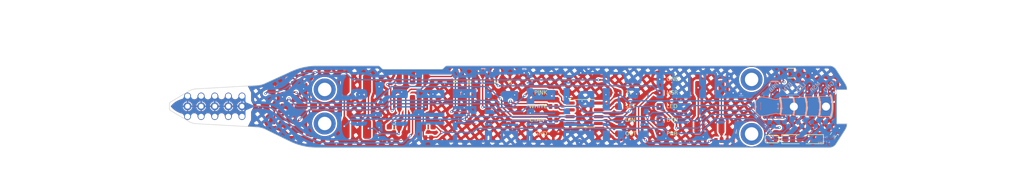
<source format=kicad_pcb>
(kicad_pcb (version 20241229) (generator "pcbnew") (generator_version "9.0")
  (layers (0 "F.Cu" signal) (2 "B.Cu" signal) (13 "F.Paste" user) (15 "B.Paste" user) (5 "F.SilkS" user "F.Silkscreen") (7 "B.SilkS" user "B.Silkscreen") (1 "F.Mask" user) (3 "B.Mask" user) (25 "Edge.Cuts" user))
  (net 0 "")
  (net 1 "+3V3")
  (net 2 "GND")
  (net 3 "Net-(D2-K)")
  (net 4 "Net-(D3-K)")
  (net 5 "Net-(D4-K)")
  (net 6 "Probe_Tip")
  (net 7 "Probe_Probe")
  (net 8 "Probe_Button")
  (net 9 "Net-(D5-K)")
  (net 10 "Net-(JP4-A)")
  (net 11 "ROUTABLE_BUFFER_IN")
  (net 12 "Net-(D1-K)")
  (net 13 "Net-(D1-A)")
  (net 14 "LED_OUT_PROBE")
  (net 15 "Net-(JP2-A)")
  (net 16 "Net-(JP9-C)")
  (net 17 "Net-(U1-DO)")
  (net 18 "Net-(U1-SET)")
  (net 19 "Net-(TP14-B)")
  (net 20 "Net-(TP15-A)")
  (net 21 "Net-(TP16-A)")
  (net 22 "Net-(J1-Pin_1)")
  (net 23 "Net-(J1-Pin_3)")
  (net 24 "Net-(J1-Pin_5)")
  (net 25 "Net-(J1-Pin_2)")
  (net 26 "Net-(J1-Pin_4)")
  (footprint "JumperlessFootprints:TestPoint_D0.75mm" (layer "F.Cu") (at 170.177038 124.420411 90)
    (property "Reference" "TP5" (hide yes))
    (property "Value" "Routable_Buffer_in" (hide yes))
  )
  (footprint "Resistor_SMD:R_0603_1608Metric_Pad0.98x0.95mm_HandSolder" (layer "F.Cu") (at 202.562038 132.294411 -125)
    (property "Reference" "R3" (hide yes))
    (property "Value" "47R" (hide yes))
  )
  (footprint "JumprlessFootprints:M1.6_SMT_Screw_Post" (layer "F.Cu") (at 187.325 132.08)
    (property "Reference" "P4" (hide yes))
    (property "Value" "M1.6_SMT_Screw_Post 3mm Height" (hide yes))
  )
  (footprint "JumperlessFootprints:TestPoint_D0.75mm" (layer "F.Cu") (at 162.472038 132.040411)
    (property "Reference" "TP1" (hide yes))
    (property "Value" "Dout" (hide yes))
  )
  (footprint "JumprlessFootprints:LED_4014" (layer "F.Cu") (at 98.755799 123.7464 19)
    (property "Reference" "D3" (hide yes))
    (property "Value" "Cyan" (hide yes))
  )
  (footprint "JumperlessFootprints:TestPoint_D0.75mm" (layer "F.Cu") (at 150.342038 132.040411)
    (property "Reference" "TP10" (hide yes))
    (property "Value" "Gnd" (hide yes))
  )
  (footprint "JumperlessFootprints:TestPoint_D0.75mm" (layer "F.Cu") (at 162.472038 124.420411)
    (property "Reference" "TP9" (hide yes))
    (property "Value" "Din" (hide yes))
  )
  (footprint "JumperlessFootprints:TestPoint_D0.75mm" (layer "F.Cu") (at 170.177038 126.960411 90)
    (property "Reference" "TP3" (hide yes))
    (property "Value" "Din" (hide yes))
  )
  (footprint "JumperlessFootprints:SolderJumper_2_Bridged_Small" (layer "F.Cu") (at 126.997038 132.802411)
    (property "Reference" "JP8" (hide yes))
    (property "Value" "Current Limit Bypass" (hide yes))
  )
  (footprint "JumperlessFootprints:TestPoint_D0.75mm" (layer "F.Cu") (at 142.237035 120.610411)
    (property "Reference" "TP4" (hide yes))
    (property "Value" "Gnd" (hide yes))
  )
  (footprint "JumprlessFootprints:M1.6_SMT_Screw_Post" (layer "F.Cu") (at 107.693038 130.135411)
    (property "Reference" "P1" (hide yes))
    (property "Value" "M1.6_SMT_Screw_Post 3mm Height" (hide yes))
  )
  (footprint "JumperlessFootprints:STX_3452_new" (layer "F.Cu") (at 202.816038 126.985811)
    (property "Reference" "J7" (hide yes))
    (property "Value" "ProbeJack" (hide yes))
  )
  (footprint "JumperlessFootprints:TestPoint_D0.75mm" (layer "F.Cu") (at 170.177038 129.500411 90)
    (property "Reference" "TP7" (hide yes))
    (property "Value" "Probe_Button" (hide yes))
  )
  (footprint "JumperlessFootprints:TS1159_Tact_Switch" (layer "F.Cu") (at 113.596438 127 90)
    (property "Reference" "SW3" (hide yes))
    (property "Value" "Connect")
  )
  (footprint "JumperlessFootprints:TestPoint_D0.75mm" (layer "F.Cu") (at 132.077038 120.610411)
    (property "Reference" "TP8" (hide yes))
    (property "Value" "Probe_Probe" (hide yes))
  )
  (footprint "Diode_SMD:D_SOD-323_HandSoldering" (layer "F.Cu") (at 194.962038 133.056411)
    (property "Reference" "D1" (hide yes))
    (property "Value" "5.1V Zener" (hide yes))
  )
  (footprint "JumprlessFootprints:LED_4014" (layer "F.Cu") (at 103.984638 121.931211 -161)
    (property "Reference" "D8" (hide yes))
    (property "Value" "Cyan" (hide yes))
  )
  (footprint "JumperlessFootprints:TestPoint_D0.75mm" (layer "F.Cu") (at 134.617036 120.610411)
    (property "Reference" "TP7" (hide yes))
    (property "Value" "Probe_Button" (hide yes))
  )
  (footprint "JumprlessFootprints:LED_4014" (layer "F.Cu") (at 98.777638 129.983011 -19)
    (property "Reference" "D2" (hide yes))
    (property "Value" "Pink" (hide yes))
  )
  (footprint "JumprlessFootprints:M1.6_SMT_Screw_Post" (layer "F.Cu") (at 187.325 121.92)
    (property "Reference" "P3" (hide yes))
    (property "Value" "M1.6_SMT_Screw_Post 3mm Height" (hide yes))
  )
  (footprint "Capacitor_SMD:C_1206_3216Metric_Pad1.33x1.80mm_HandSolder" (layer "F.Cu") (at 194.776538 120.737411)
    (property "Reference" "C1" (hide yes))
    (property "Value" "100uF")
  )
  (footprint "JumprlessFootprints:LED_4014" (layer "F.Cu") (at 104.721238 126.909611 180)
    (property "Reference" "D7" (hide yes))
    (property "Value" "White" (hide yes))
  )
  (footprint "JumperlessFootprints:SolderJumper_2_Bridged_Small" (layer "F.Cu") (at 150.342038 129.500411 180)
    (property "Reference" "TP16" (hide yes))
    (property "Value" "CYAN")
  )
  (footprint "JumperlessFootprints:SolderJumper_2_Bridged_Small" (layer "F.Cu") (at 150.342038 126.960411 180)
    (property "Reference" "TP15" (hide yes))
    (property "Value" "WHITE")
  )
  (footprint "JumprlessFootprints:M1.6_SMT_Screw_Post" (layer "F.Cu") (at 107.693038 123.785411)
    (property "Reference" "P2" (hide yes))
    (property "Value" "M1.6_SMT_Screw_Post 3mm Height" (hide yes))
  )
  (footprint "JumprlessFootprints:XKB_SK3245S-L3-A_DPDT_Slide_Switch" (layer "F.Cu") (at 124.079 123.825)
    (property "Reference" "SW4" (hide yes))
    (property "Value" "SW_DPDT_x2" (hide yes))
  )
  (footprint "JumperlessFootprints:SolderJumper_2_Bridged_Small" (layer "F.Cu") (at 150.342038 124.420411)
    (property "Reference" "TP14" (hide yes))
    (property "Value" "PINK")
  )
  (footprint "Resistor_SMD:R_0603_1608Metric_Pad0.98x0.95mm_HandSolder" (layer "F.Cu") (at 126.997038 130.770411)
    (property "Reference" "R2" (hide yes))
    (property "Value" "47R" (hide yes))
  )
  (footprint "Package_SO:SOP-8_3.9x4.9mm_P1.27mm" (layer "F.Cu") (at 156.122038 128.230411)
    (property "Reference" "U1" (hide yes))
    (property "Value" "WS2811")
  )
  (footprint "JumprlessFootprints:SolderJumper_2_Bridged_Small" (layer "F.Cu") (at 191.132038 133.056411 180)
    (property "Reference" "JP1" (hide yes))
    (property "Value" "SolderJumper_2_Bridged" (hide yes))
  )
  (footprint "Resistor_SMD:R_0603_1608Metric_Pad0.98x0.95mm_HandSolder" (layer "F.Cu") (at 120.647038 130.770411)
    (property "Reference" "R1" (hide yes))
    (property "Value" "0R" (hide yes))
  )
  (footprint "JumperlessFootprints:TestPoint_D0.75mm" (layer "F.Cu") (at 170.177038 121.880412 90)
    (property "Reference" "TP4" (hide yes))
    (property "Value" "Gnd" (hide yes))
  )
  (footprint "JumprlessFootprints:LED_4014" (layer "F.Cu") (at 99.2124 126.909611)
    (property "Reference" "D4" (hide yes))
    (property "Value" "White" (hide yes))
  )
  (footprint "JumprlessFootprints:LED_4014" (layer "F.Cu") (at 103.996673 131.787674 161)
    (property "Reference" "D6" (hide yes))
    (property "Value" "Pink" (hide yes))
  )
  (footprint "JumperlessFootprints:TS1159_Tact_Switch" (layer "F.Cu") (at 179.451 127 90)
    (property "Reference" "SW1" (hide yes))
    (property "Value" "Disconnect")
  )
  (footprint "JumperlessFootprints:TestPoint_D0.75mm" (layer "F.Cu") (at 170.177038 132.04041 90)
    (property "Reference" "TP8" (hide yes))
    (property "Value" "Probe_Probe" (hide yes))
  )
  (footprint "JumperlessFootprints:TestPoint_D0.75mm" (layer "F.Cu") (at 139.697035 120.610411)
    (property "Reference" "TP5" (hide yes))
    (property "Value" "Routable_Buffer_in" (hide yes))
  )
  (footprint "JumperlessFootprints:TestPoint_D0.75mm" (layer "F.Cu") (at 162.472038 126.96041)
    (property "Reference" "TP2" (hide yes))
    (property "Value" "Set" (hide yes))
  )
  (footprint "JumperlessFootprints:TestPoint_D0.75mm" (layer "F.Cu") (at 162.472038 129.500412)
    (property "Reference" "TP6" (hide yes))
    (property "Value" "LED_out_probe" (hide yes))
  )
  (footprint "JumperlessFootprints:TestPoint_D0.75mm" (layer "F.Cu") (at 137.157036 120.610411)
    (property "Reference" "TP3" (hide yes))
    (property "Value" "Din" (hide yes))
  )
  (footprint "Diode_SMD:D_SOD-323_HandSoldering" (layer "F.Cu") (at 198.715838 133.056411 180)
    (property "Reference" "D5" (hide yes))
    (property "Value" "5.1V Zener" (hide yes))
  )
  (footprint "JumperlessFootprints:SolderJumper-3_P1.3mm_Bridged12_Pad1.0x1.5mm" (layer "F.Cu") (at 181.734038 133.310411 180)
    (property "Reference" "JP9" (hide yes))
    (property "Value" "SolderJumper_3_Bridged12" (hide yes))
  )
  (footprint "JumperlessFootprints:SolderJumper_2_Bridged_Small" (layer "B.Cu") (at 201.432063 130.262411 135)
    (property "Reference" "JP3" (hide yes))
    (property "Value" "GND" (hide yes))
  )
  (footprint "JumperlessFootprints:SolderJumper_2_Bridged_Small" (layer "B.Cu") (at 193.812063 130.262411 135)
    (property "Reference" "JP6" (hide yes))
    (property "Value" "BUT" (hide yes))
  )
  (footprint "JumperlessFootprints:SolderJumper_2_Bridged_Small" (layer "B.Cu") (at 198.892063 130.262411 135)
    (property "Reference" "JP4" (hide yes))
    (property "Value" "ADC" (hide yes))
  )
  (footprint "JumperlessFootprints:SolderJumper_2_Bridged_Small" (layer "B.Cu") (at 191.018063 130.262411 135)
    (property "Reference" "JP7" (hide yes))
    (property "Value" "PRO" (hide yes))
  )
  (footprint "JumperlessFootprints:SolderJumper_2_Bridged_Small" (layer "B.Cu") (at 196.352063 130.262411 135)
    (property "Reference" "JP5" (hide yes))
    (property "Value" "GP2" (hide yes))
  )
  (footprint "JumperlessFootprints:STX_Jack_Diagram" (layer "B.Cu") (at 202.282638 126.960411)
    (property "Reference" "J1" (hide yes))
    (property "Value" "Conn_01x05_Socket" (hide yes))
  )
  (footprint "JumprlessFootprints:ProbeNeedle" (layer "B.Cu") (at 87.187064 126.923815)
    (property "Reference" "J2" (hide yes))
    (property "Value" "Probe Needle" (hide yes))
  )
  (gr_line (start 205.104999 123.825) (end 203.2 123.825) (stroke (width 0.1)) (layer "Edge.Cuts"))
  (gr_arc (start 82.423099 124.053541) (mid 83.096419 123.771136) (end 83.528038 123.689189) (stroke (width 0.1)) (layer "Edge.Cuts"))
  (gr_line (start 118.763165 120.015) (end 129.442628 120.015) (stroke (width 0.1)) (layer "Edge.Cuts"))
  (gr_arc (start 117.689439 119.38) (mid 117.870939 119.420481) (end 118.022477 119.528277) (stroke (width 0.1)) (layer "Edge.Cuts"))
  (gr_line (start 203.2 130.175) (end 205.104999 130.175) (stroke (width 0.1)) (layer "Edge.Cuts"))
  (gr_line (start 203.2 123.825) (end 203.2 127) (stroke (width 0.1)) (layer "Edge.Cuts"))
  (gr_arc (start 106.1946 134.62) (mid 103.5685 134.314236) (end 101.084285 133.41397) (stroke (width 0.1)) (layer "Edge.Cuts"))
  (gr_line (start 78.968577 127.736587) (end 82.423826 129.794492) (stroke (width 0.1)) (layer "Edge.Cuts"))
  (gr_line (start 203.10064 133.922776) (end 204.85101 131.190983) (stroke (width 0.1)) (layer "Edge.Cuts"))
  (gr_line (start 94.995973 130.809999) (end 83.527877 130.158402) (stroke (width 0.1)) (layer "Edge.Cuts"))
  (gr_arc (start 118.763165 120.015) (mid 118.561251 119.985445) (end 118.382044 119.887844) (stroke (width 0.1)) (layer "Edge.Cuts"))
  (gr_arc (start 101.082896 120.58671) (mid 103.506739 119.700341) (end 106.327095 119.38) (stroke (width 0.1)) (layer "Edge.Cuts"))
  (gr_arc (start 205.104999 130.175) (mid 205.051647 130.701412) (end 204.85101 131.190983) (stroke (width 0.1)) (layer "Edge.Cuts"))
  (gr_line (start 94.994373 123.037692) (end 83.528038 123.689189) (stroke (width 0.1)) (layer "Edge.Cuts"))
  (gr_line (start 203.2 127) (end 203.2 130.175) (stroke (width 0.1)) (layer "Edge.Cuts"))
  (gr_arc (start 78.968577 127.736587) (mid 78.810713 127.601675) (end 78.74 127.406447) (stroke (width 0.1)) (layer "Edge.Cuts"))
  (gr_line (start 130.146994 119.527806) (end 129.786802 119.887998) (stroke (width 0.1)) (layer "Edge.Cuts"))
  (gr_line (start 118.022477 119.528277) (end 118.382044 119.887844) (stroke (width 0.1)) (layer "Edge.Cuts"))
  (gr_arc (start 204.85101 122.809017) (mid 205.051647 123.298588) (end 205.104999 123.825) (stroke (width 0.1)) (layer "Edge.Cuts"))
  (gr_arc (start 130.146994 119.527806) (mid 130.298741 119.420144) (end 130.480414 119.38) (stroke (width 0.1)) (layer "Edge.Cuts"))
  (gr_line (start 201.806537 134.62) (end 106.1946 134.62) (stroke (width 0.1)) (layer "Edge.Cuts"))
  (gr_arc (start 94.995973 130.809999) (mid 95.762164 130.91673) (end 96.495165 131.165877) (stroke (width 0.1)) (layer "Edge.Cuts"))
  (gr_arc (start 201.805238 119.38) (mid 202.565 119.561185) (end 203.101654 120.078806) (stroke (width 0.1)) (layer "Edge.Cuts"))
  (gr_line (start 203.101654 120.078806) (end 204.85101 122.809017) (stroke (width 0.1)) (layer "Edge.Cuts"))
  (gr_line (start 101.082896 120.58671) (end 96.49461 122.681995) (stroke (width 0.1)) (layer "Edge.Cuts"))
  (gr_line (start 78.968528 126.111042) (end 82.423099 124.053541) (stroke (width 0.1)) (layer "Edge.Cuts"))
  (gr_line (start 106.327095 119.38) (end 117.689439 119.38) (stroke (width 0.1)) (layer "Edge.Cuts"))
  (gr_arc (start 78.739951 126.441182) (mid 78.810668 126.245944) (end 78.968528 126.111042) (stroke (width 0.1)) (layer "Edge.Cuts"))
  (gr_line (start 201.805238 119.38) (end 130.480414 119.38) (stroke (width 0.1)) (layer "Edge.Cuts"))
  (gr_arc (start 203.10064 133.922776) (mid 202.565 134.438815) (end 201.806537 134.62) (stroke (width 0.1)) (layer "Edge.Cuts"))
  (gr_arc (start 129.786802 119.887998) (mid 129.625 119.979367) (end 129.442628 120.015) (stroke (width 0.1)) (layer "Edge.Cuts"))
  (gr_arc (start 96.49461 122.681995) (mid 95.762164 122.93087) (end 94.994373 123.037692) (stroke (width 0.1)) (layer "Edge.Cuts"))
  (gr_line (start 78.739951 126.441182) (end 78.74 127.406447) (stroke (width 0.1)) (layer "Edge.Cuts"))
  (gr_arc (start 83.527877 130.158402) (mid 83.096419 130.076464) (end 82.423826 129.794492) (stroke (width 0.1)) (layer "Edge.Cuts"))
  (gr_line (start 101.084285 133.41397) (end 96.495165 131.165877) (stroke (width 0.1)) (layer "Edge.Cuts"))
  (gr_text "BTN" (at 193.291038 124.166411 45) (layer "B.SilkS") (effects (font (size 0.75 0.75) (thickness 0.125)) (justify right mirror)))
  (gr_text "GND" (at 200.911038 124.166411 45) (layer "B.SilkS") (effects (font (size 0.75 0.75) (thickness 0.125)) (justify right mirror)))
  (gr_text "MSR" (at 198.371038 124.166411 45) (layer "B.SilkS") (effects (font (size 0.75 0.75) (thickness 0.125)) (justify right mirror)))
  (gr_text "PRB" (at 190.751038 124.166411 45) (layer "B.SilkS") (effects (font (size 0.75 0.75) (thickness 0.125)) (justify right mirror)))
  (gr_text "LED" (at 195.831038 124.166411 45) (layer "B.SilkS") (effects (font (size 0.75 0.75) (thickness 0.125)) (justify right mirror)))
  (segment (start 97.264735 124.039411) (end 97.792135 124.039411) (width 0.25) (layer "F.Cu") (net 1))
  (segment (start 162.434209 124.420411) (end 162.472025 124.420411) (width 0.25) (layer "F.Cu") (net 1))
  (segment (start 98.3124 126.909611) (end 98.3124 124.559675) (width 0.25) (layer "F.Cu") (net 1))
  (segment (start 105.889214 120.610412) (end 105.915037 120.610412) (width 0.25) (layer "F.Cu") (net 1))
  (segment (start 98.3124 126.909611) (end 98.3124 129.191574) (width 0.25) (layer "F.Cu") (net 1))
  (segment (start 162.472051 124.420411) (end 162.472025 124.420411) (width 0.25) (layer "F.Cu") (net 1))
  (segment (start 98.232711 129.38396) (end 97.926672 129.69) (width 0.25) (layer "F.Cu") (net 1))
  (segment (start 162.36963 124.44716) (end 160.571068 126.245722) (width 0.25) (layer "F.Cu") (net 1))
  (segment (start 104.978726 126.267099) (end 105.621238 126.909611) (width 0.25) (layer "F.Cu") (net 1))
  (segment (start 104.927327 127.603521) (end 105.621238 126.909611) (width 0.25) (layer "F.Cu") (net 1))
  (segment (start 104.847639 127.795907) (end 104.847639 132.080685) (width 0.25) (layer "F.Cu") (net 1))
  (segment (start 104.86732 121.606482) (end 105.845132 120.628671) (width 0.25) (layer "F.Cu") (net 1))
  (segment (start 104.899038 121.746488) (end 104.899038 126.074713) (width 0.25) (layer "F.Cu") (net 1))
  (segment (start 124.079 121.753971) (end 124.079 121.4244) (width 0.25) (layer "F.Cu") (net 1))
  (segment (start 193.418038 122.388417) (end 193.293726 122.264105) (width 0.25) (layer "F.Cu") (net 1))
  (segment (start 193.214038 122.071719) (end 193.214038 120.737411) (width 0.25) (layer "F.Cu") (net 1))
  (segment (start 123.951976 121.970815) (end 124.015488 121.907303) (width 0.25) (layer "F.Cu") (net 1))
  (segment (start 97.984521 124.119099) (end 98.232711 124.367289) (width 0.25) (layer "F.Cu") (net 1))
  (segment (start 160.138732 122.087105) (end 162.472028 124.420401) (width 0.25) (layer "F.Cu") (net 1))
  (segment (start 159.946346 122.007417) (end 158.74704 122.007417) (width 0.25) (layer "F.Cu") (net 1))
  (segment (start 97.072349 124.119099) (end 96.644046 124.547403) (width 0.25) (layer "F.Cu") (net 1))
  (segment (start 160.378682 126.325411) (end 158.747038 126.325411) (width 0.25) (layer "F.Cu") (net 1))
  (segment (start 162.472051 124.420411) (end 162.472064 124.420411) (width 0.25) (layer "F.Cu") (net 1))
  (via (at 162.472064 124.420411) (size 0.45) (drill 0.25) (layers "F.Cu" "B.Cu") (net 1))
  (via (at 105.915037 120.610412) (size 0.45) (drill 0.25) (layers "F.Cu" "B.Cu") (net 1))
  (via (at 96.644046 124.547403) (size 0.45) (drill 0.25) (layers "F.Cu" "B.Cu") (net 1))
  (via (at 158.74704 122.007417) (size 0.45) (drill 0.25) (layers "F.Cu" "B.Cu") (net 1))
  (via (at 123.951976 121.970815) (size 0.45) (drill 0.25) (layers "F.Cu" "B.Cu") (net 1))
  (via (at 193.418038 122.388417) (size 0.45) (drill 0.25) (layers "F.Cu" "B.Cu") (net 1))
  (arc (start 97.984521 124.119099) (mid 97.896253 124.060121) (end 97.792135 124.039411) (width 0.25) (layer "F.Cu") (net 1))
  (arc (start 104.86732 121.606482) (mid 104.854183 121.638199) (end 104.867321 121.669917) (width 0.25) (layer "F.Cu") (net 1))
  (arc (start 162.472028 124.420401) (mid 162.472038 124.420408) (end 162.472051 124.420411) (width 0.25) (layer "F.Cu") (net 1))
  (arc (start 124.079 121.753971) (mid 124.062493 121.836953) (end 124.015488 121.907303) (width 0.25) (layer "F.Cu") (net 1))
  (arc (start 160.571068 126.245722) (mid 160.4828 126.3047) (end 160.378682 126.325411) (width 0.25) (layer "F.Cu") (net 1))
  (arc (start 104.899038 126.074713) (mid 104.919748 126.178831) (end 104.978726 126.267099) (width 0.25) (layer "F.Cu") (net 1))
  (arc (start 98.232711 124.367289) (mid 98.291689 124.455556) (end 98.3124 124.559675) (width 0.25) (layer "F.Cu") (net 1))
  (arc (start 104.927327 127.603521) (mid 104.868349 127.691788) (end 104.847639 127.795907) (width 0.25) (layer "F.Cu") (net 1))
  (arc (start 104.867321 121.669917) (mid 104.890795 121.705048) (end 104.899038 121.746488) (width 0.25) (layer "F.Cu") (net 1))
  (arc (start 98.3124 129.191574) (mid 98.291689 129.295692) (end 98.232711 129.38396) (width 0.25) (layer "F.Cu") (net 1))
  (arc (start 193.214038 122.071719) (mid 193.234748 122.175837) (end 193.293726 122.264105) (width 0.25) (layer "F.Cu") (net 1))
  (arc (start 162.434209 124.420411) (mid 162.399259 124.427362) (end 162.36963 124.44716) (width 0.25) (layer "F.Cu") (net 1))
  (arc (start 105.889214 120.610412) (mid 105.865357 120.615157) (end 105.845132 120.628671) (width 0.25) (layer "F.Cu") (net 1))
  (arc (start 97.264735 124.039411) (mid 97.160616 124.060121) (end 97.072349 124.119099) (width 0.25) (layer "F.Cu") (net 1))
  (arc (start 160.138732 122.087105) (mid 160.050464 122.028127) (end 159.946346 122.007417) (width 0.25) (layer "F.Cu") (net 1))
  (arc (start 162.472025 124.420411) (mid 162.472029 124.420407) (end 162.472028 124.420401) (width 0.25) (layer "F.Cu") (net 1))
  (segment (start 186.677194 125.907815) (end 186.442882 125.907815) (width 0.2) (layer "B.Cu") (net 1))
  (segment (start 105.915037 120.610412) (end 104.679331 120.610412) (width 0.25) (layer "B.Cu") (net 1))
  (segment (start 163.879779 125.828126) (end 162.472064 124.420411) (width 0.25) (layer "B.Cu") (net 1))
  (segment (start 96.644046 124.547403) (end 96.818349 124.373099) (width 0.25) (layer "B.Cu") (net 1))
  (segment (start 186.442882 125.907815) (end 164.072165 125.907815) (width 0.25) (layer "B.Cu") (net 1))
  (segment (start 190.957071 122.388417) (end 193.418038 122.388417) (width 0.2) (layer "B.Cu") (net 1))
  (segment (start 112.823287 121.891126) (end 111.585664 120.653503) (width 0.25) (layer "B.Cu") (net 1))
  (segment (start 105.915037 120.610412) (end 105.933335 120.592113) (width 0.25) (layer "B.Cu") (net 1))
  (segment (start 124.014459 122.007417) (end 158.74704 122.007417) (width 0.25) (layer "B.Cu") (net 1))
  (segment (start 101.237976 122.874472) (end 102.669564 121.442884) (width 0.25) (layer "B.Cu") (net 1))
  (segment (start 123.951976 121.970815) (end 113.015673 121.970815) (width 0.25) (layer "B.Cu") (net 1))
  (segment (start 97.812354 124.293411) (end 97.010735 124.293411) (width 0.25) (layer "B.Cu") (net 1))
  (segment (start 190.764685 122.468105) (end 187.404664 125.828126) (width 0.2) (layer "B.Cu") (net 1))
  (segment (start 186.677194 125.907815) (end 187.212278 125.907815) (width 0.2) (layer "B.Cu") (net 1))
  (segment (start 111.393278 120.573815) (end 105.977511 120.573815) (width 0.25) (layer "B.Cu") (net 1))
  (segment (start 123.951976 121.970815) (end 123.970277 121.989116) (width 0.25) (layer "B.Cu") (net 1))
  (arc (start 105.977511 120.573815) (mid 105.953603 120.57857) (end 105.933335 120.592113) (width 0.25) (layer "B.Cu") (net 1))
  (arc (start 112.823287 121.891126) (mid 112.911554 121.950104) (end 113.015673 121.970815) (width 0.25) (layer "B.Cu") (net 1))
  (arc (start 111.585664 120.653503) (mid 111.497396 120.594525) (end 111.393278 120.573815) (width 0.25) (layer "B.Cu") (net 1))
  (arc (start 163.879779 125.828126) (mid 163.968046 125.887104) (end 164.072165 125.907815) (width 0.25) (layer "B.Cu") (net 1))
  (arc (start 187.404664 125.828126) (mid 187.316396 125.887104) (end 187.212278 125.907815) (width 0.2) (layer "B.Cu") (net 1))
  (arc (start 104.679331 120.610412) (mid 103.591653 120.826765) (end 102.669564 121.442884) (width 0.25) (layer "B.Cu") (net 1))
  (arc (start 123.970277 121.989116) (mid 123.990547 122.00266) (end 124.014459 122.007417) (width 0.25) (layer "B.Cu") (net 1))
  (arc (start 97.010735 124.293411) (mid 96.906616 124.314121) (end 96.818349 124.373099) (width 0.25) (layer "B.Cu") (net 1))
  (arc (start 190.957071 122.388417) (mid 190.852952 122.409127) (end 190.764685 122.468105) (width 0.2) (layer "B.Cu") (net 1))
  (arc (start 101.237976 122.874472) (mid 99.666287 123.924641) (end 97.812354 124.293411) (width 0.25) (layer "B.Cu") (net 1))
  (segment (start 150.50634 132.040411) (end 150.342038 132.040411) (width 0.25) (layer "F.Cu") (net 2))
  (segment (start 152.636735 130.135411) (end 153.497038 130.135411) (width 0.25) (layer "F.Cu") (net 2))
  (segment (start 152.444349 130.215099) (end 150.698726 131.960722) (width 0.25) (layer "F.Cu") (net 2))
  (segment (start 198.126882 120.737411) (end 198.302616 120.737411) (width 0.25) (layer "F.Cu") (net 2))
  (segment (start 155.254538 130.135411) (end 155.318038 130.135411) (width 0.25) (layer "F.Cu") (net 2))
  (segment (start 198.126882 120.737411) (end 196.339038 120.737411) (width 0.25) (layer "F.Cu") (net 2))
  (segment (start 170.177038 121.880412) (end 170.177038 121.880411) (width 0.25) (layer "F.Cu") (net 2))
  (segment (start 155.127538 130.135411) (end 153.497038 130.135411) (width 0.25) (layer "F.Cu") (net 2))
  (segment (start 203.705038 131.024411) (end 203.656494 131.024411) (width 0.25) (layer "F.Cu") (net 2))
  (segment (start 155.254538 130.135411) (end 155.127538 130.135411) (width 0.25) (layer "F.Cu") (net 2))
  (segment (start 198.625038 120.737411) (end 198.302616 120.737411) (width 0.25) (layer "F.Cu") (net 2))
  (segment (start 198.361194 120.737411) (end 198.126882 120.737411) (width 0.25) (layer "F.Cu") (net 2))
  (segment (start 144.906976 120.700815) (end 144.861774 120.655613) (width 0.25) (layer "F.Cu") (net 2))
  (segment (start 198.625038 120.737411) (end 198.625046 120.737403) (width 0.25) (layer "F.Cu") (net 2))
  (segment (start 144.752646 120.610411) (end 142.237035 120.610411) (width 0.25) (layer "F.Cu") (net 2))
  (segment (start 198.625054 120.737411) (end 198.361194 120.737411) (width 0.25) (layer "F.Cu") (net 2))
  (segment (start 183.89304 124.420411) (end 184.020038 124.547409) (width 0.25) (layer "F.Cu") (net 2))
  (segment (start 203.573624 131.058736) (end 203.085426 131.546935) (width 0.25) (layer "F.Cu") (net 2))
  (via (at 147.700976 124.764815) (size 0.4) (drill 0.2) (layers "F.Cu" "B.Cu") (net 2))
  (via (at 198.625046 120.737403) (size 0.45) (drill 0.25) (layers "F.Cu" "B.Cu") (net 2))
  (via (at 114.172976 124.764815) (size 0.4) (drill 0.2) (layers "F.Cu" "B.Cu") (net 2))
  (via (at 160.527976 130.098815) (size 0.4) (drill 0.2) (layers "F.Cu" "B.Cu") (net 2))
  (via (at 203.705038 131.024411) (size 0.45) (drill 0.25) (layers "F.Cu" "B.Cu") (net 2))
  (via (at 180.593976 129.971815) (size 0.4) (drill 0.2) (layers "F.Cu" "B.Cu") (net 2))
  (via (at 117.853038 123.277411) (size 0.45) (drill 0.25) (layers "F.Cu" "B.Cu") (net 2))
  (via (at 118.490976 126.161815) (size 0.4) (drill 0.2) (layers "F.Cu" "B.Cu") (net 2))
  (via (at 157.098976 130.352815) (size 0.4) (drill 0.2) (layers "F.Cu" "B.Cu") (net 2))
  (via (at 171.322976 132.892815) (size 0.4) (drill 0.2) (layers "F.Cu" "B.Cu") (net 2))
  (via (at 103.756038 123.658411) (size 0.4) (drill 0.2) (layers "F.Cu" "B.Cu") (net 2))
  (via (at 146.049976 128.193815) (size 0.4) (drill 0.2) (layers "F.Cu" "B.Cu") (net 2))
  (via (at 155.447976 120.700815) (size 0.45) (drill 0.25) (layers "F.Cu" "B.Cu") (net 2))
  (via (at 117.855976 130.860815) (size 0.4) (drill 0.2) (layers "F.Cu" "B.Cu") (net 2))
  (via (at 133.730976 124.637815) (size 0.4) (drill 0.2) (layers "F.Cu" "B.Cu") (net 2))
  (via (at 172.846976 127.558815) (size 0.4) (drill 0.2) (layers "F.Cu" "B.Cu") (net 2))
  (via (at 146.049976 130.225815) (size 0.4) (drill 0.2) (layers "F.Cu" "B.Cu") (net 2))
  (via (at 138.302976 130.225815) (size 0.4) (drill 0.2) (layers "F.Cu" "B.Cu") (net 2))
  (via (at 144.906976 120.700815) (size 0.45) (drill 0.25) (layers "F.Cu" "B.Cu") (net 2))
  (via (at 117.728976 132.765815) (size 0.4) (drill 0.2) (layers "F.Cu" "B.Cu") (net 2))
  (via (at 155.699038 125.944411) (size 0.4) (drill 0.2) (layers "F.Cu" "B.Cu") (net 2))
  (via (at 183.89304 124.420411) (size 0.45) (drill 0.25) (layers "F.Cu" "B.Cu") (net 2))
  (via (at 178.180976 127.685815) (size 0.4) (drill 0.2) (layers "F.Cu" "B.Cu") (net 2))
  (via (at 113.791976 129.971815) (size 0.4) (drill 0.2) (layers "F.Cu" "B.Cu") (net 2))
  (via (at 117.220976 128.574815) (size 0.4) (drill 0.2) (layers "F.Cu" "B.Cu") (net 2))
  (via (at 163.575976 130.352815) (size 0.4) (drill 0.2) (layers "F.Cu" "B.Cu") (net 2))
  (via (at 152.780976 125.145815) (size 0.4) (drill 0.2) (layers "F.Cu" "B.Cu") (net 2))
  (via (at 170.177038 121.880411) (size 0.45) (drill 0.25) (layers "F.Cu" "B.Cu") (net 2))
  (via (at 160.146976 124.764815) (size 0.4) (drill 0.2) (layers "F.Cu" "B.Cu") (net 2))
  (via (at 178.307976 132.638815) (size 0.4) (drill 0.2) (layers "F.Cu" "B.Cu") (net 2))
  (via (at 127.888976 124.637815) (size 0.4) (drill 0.2) (layers "F.Cu" "B.Cu") (net 2))
  (via (at 125.221976 128.447815) (size 0.4) (drill 0.2) (layers "F.Cu" "B.Cu") (net 2))
  (via (at 165.861976 124.637815) (size 0.4) (drill 0.2) (layers "F.Cu" "B.Cu") (net 2))
  (via (at 99.819038 125.182411) (size 0.4) (drill 0.2) (layers "F.Cu" "B.Cu") (net 2))
  (via (at 120.903976 129.971815) (size 0.4) (drill 0.2) (layers "F.Cu" "B.Cu") (net 2))
  (via (at 122.046976 124.256815) (size 0.4) (drill 0.2) (layers "F.Cu" "B.Cu") (net 2))
  (via (at 155.191038 133.691411) (size 0.4) (drill 0.2) (layers "F.Cu" "B.Cu") (net 2))
  (via (at 132.079976 129.844815) (size 0.4) (drill 0.2) (layers "F.Cu" "B.Cu") (net 2))
  (via (at 133.730976 127.177815) (size 0.4) (drill 0.2) (layers "F.Cu" "B.Cu") (net 2))
  (via (at 141.985976 130.479815) (size 0.4) (drill 0.2) (layers "F.Cu" "B.Cu") (net 2))
  (via (at 143.126038 124.801411) (size 0.4) (drill 0.2) (layers "F.Cu" "B.Cu") (net 2))
  (via (at 183.131039 121.308912) (size 0.45) (drill 0.25) (layers "F.Cu" "B.Cu") (net 2))
  (via (at 167.385976 130.352815) (size 0.4) (drill 0.2) (layers "F.Cu" "B.Cu") (net 2))
  (via (at 100.962038 128.611411) (size 0.4) (drill 0.2) (layers "F.Cu" "B.Cu") (net 2))
  (via (at 138.175976 124.383815) (size 0.4) (drill 0.2) (layers "F.Cu" "B.Cu") (net 2))
  (via (at 114.807976 128.828815) (size 0.4) (drill 0.2) (layers "F.Cu" "B.Cu") (net 2))
  (arc (start 150.698726 131.960722) (mid 150.610458 132.0197) (end 150.50634 132.040411) (width 0.25) (layer "F.Cu") (net 2))
  (arc (start 198.302616 120.737411) (mid 198.331905 120.737411) (end 198.361194 120.737411) (width 0.25) (layer "F.Cu") (net 2))
  (arc (start 152.636735 130.135411) (mid 152.532616 130.156121) (end 152.444349 130.215099) (width 0.25) (layer "F.Cu") (net 2))
  (arc (start 203.656494 131.024411) (mid 203.611645 131.033331) (end 203.573624 131.058736) (width 0.25) (layer "F.Cu") (net 2))
  (arc (start 144.861774 120.655613) (mid 144.811705 120.622158) (end 144.752646 120.610411) (width 0.25) (layer "F.Cu") (net 2))
  (segment (start 100.976341 124.674411) (end 99.819038 124.674411) (width 0.25) (layer "B.Cu") (net 2))
  (segment (start 202.433761 131.151411) (end 203.488235 131.151411) (width 0.25) (layer "B.Cu") (net 2))
  (segment (start 103.581726 123.484099) (end 103.756038 123.658411) (width 0.25) (layer "B.Cu") (net 2))
  (segment (start 103.111194 123.404411) (end 103.38934 123.404411) (width 0.25) (layer "B.Cu") (net 2))
  (segment (start 184.194351 124.721722) (end 183.89304 124.420411) (width 0.25) (layer "B.Cu") (net 2))
  (segment (start 101.552879 124.210569) (end 101.387196 124.376252) (width 0.25) (layer "B.Cu") (net 2))
  (segment (start 203.705038 131.024411) (end 203.641538 131.087911) (width 0.25) (layer "B.Cu") (net 2))
  (segment (start 103.111194 123.404411) (end 102.876882 123.404411) (width 0.25) (layer "B.Cu") (net 2))
  (segment (start 187.439194 124.801411) (end 187.204882 124.801411) (width 0.2) (layer "B.Cu") (net 2))
  (segment (start 102.876882 123.404411) (end 102.471735 123.404411) (width 0.25) (layer "B.Cu") (net 2))
  (segment (start 184.386737 124.801411) (end 187.204882 124.801411) (width 0.25) (layer "B.Cu") (net 2))
  (segment (start 183.131039 121.308912) (end 183.067538 121.245411) (width 0.25) (layer "B.Cu") (net 2))
  (segment (start 188.323205 124.435243) (end 191.941357 120.817091) (width 0.2) (layer "B.Cu") (net 2))
  (segment (start 102.279349 123.484099) (end 101.552879 124.210569) (width 0.25) (layer "B.Cu") (net 2))
  (segment (start 101.168726 124.594722) (end 101.387196 124.376252) (width 0.25) (layer "B.Cu") (net 2))
  (segment (start 202.241375 131.071722) (end 201.927038 130.757385) (width 0.25) (layer "B.Cu") (net 2))
  (arc (start 103.581726 123.484099) (mid 103.493458 123.425121) (end 103.38934 123.404411) (width 0.25) (layer "B.Cu") (net 2))
  (arc (start 202.241375 131.071722) (mid 202.329642 131.1307) (end 202.433761 131.151411) (width 0.25) (layer "B.Cu") (net 2))
  (arc (start 192.133743 120.737403) (mid 192.029624 120.758113) (end 191.941357 120.817091) (width 0.2) (layer "B.Cu") (net 2))
  (arc (start 203.641538 131.087911) (mid 203.571202 131.134907) (end 203.488235 131.151411) (width 0.25) (layer "B.Cu") (net 2))
  (arc (start 184.194351 124.721722) (mid 184.282618 124.7807) (end 184.386737 124.801411) (width 0.25) (layer "B.Cu") (net 2))
  (arc (start 102.471735 123.404411) (mid 102.367616 123.425121) (end 102.279349 123.484099) (width 0.25) (layer "B.Cu") (net 2))
  (arc (start 101.168726 124.594722) (mid 101.080459 124.6537) (end 100.976341 124.674411) (width 0.25) (layer "B.Cu") (net 2))
  (arc (start 188.323205 124.435243) (mid 187.917619 124.706247) (end 187.439194 124.801411) (width 0.2) (layer "B.Cu") (net 2))
  (segment (start 148.984744 123.875815) (end 146.162673 123.875815) (width 0.25) (layer "F.Cu") (net 3))
  (segment (start 145.033976 124.891815) (end 145.970287 123.955503) (width 0.25) (layer "F.Cu") (net 3))
  (segment (start 101.788164 132.040411) (end 100.947735 132.040411) (width 0.25) (layer "F.Cu") (net 3))
  (segment (start 101.98055 131.960722) (end 102.545983 131.395289) (width 0.25) (layer "F.Cu") (net 3))
  (segment (start 149.17713 123.955503) (end 149.642038 124.420411) (width 0.25) (layer "F.Cu") (net 3))
  (segment (start 100.228327 131.4337) (end 100.755349 131.960722) (width 0.25) (layer "F.Cu") (net 3))
  (segment (start 102.70536 129.674722) (end 103.063857 129.316226) (width 0.25) (layer "F.Cu") (net 3))
  (segment (start 102.625672 129.867108) (end 102.625672 131.202903) (width 0.25) (layer "F.Cu") (net 3))
  (segment (start 100.148639 131.241314) (end 100.148639 130.455084) (width 0.25) (layer "F.Cu") (net 3))
  (via (at 103.063857 129.316226) (size 0.45) (drill 0.25) (layers "F.Cu" "B.Cu") (net 3))
  (via (at 145.033976 124.891815) (size 0.45) (drill 0.25) (layers "F.Cu" "B.Cu") (net 3))
  (arc (start 146.162673 123.875815) (mid 146.058554 123.896525) (end 145.970287 123.955503) (width 0.25) (layer "F.Cu") (net 3))
  (arc (start 100.755349 131.960722) (mid 100.843616 132.0197) (end 100.947735 132.040411) (width 0.25) (layer "F.Cu") (net 3))
  (arc (start 100.148639 131.241314) (mid 100.169349 131.345432) (end 100.228327 131.4337) (width 0.25) (layer "F.Cu") (net 3))
  (arc (start 102.625672 131.202903) (mid 102.604961 131.307021) (end 102.545983 131.395289) (width 0.25) (layer "F.Cu") (net 3))
  (arc (start 149.17713 123.955503) (mid 149.088862 123.896525) (end 148.984744 123.875815) (width 0.25) (layer "F.Cu") (net 3))
  (arc (start 102.70536 129.674722) (mid 102.646382 129.762989) (end 102.625672 129.867108) (width 0.25) (layer "F.Cu") (net 3))
  (arc (start 101.98055 131.960722) (mid 101.892282 132.0197) (end 101.788164 132.040411) (width 0.25) (layer "F.Cu") (net 3))
  (segment (start 142.827664 127.098126) (end 145.033976 124.891815) (width 0.25) (layer "B.Cu") (net 3))
  (segment (start 104.897369 127.595411) (end 119.01034 127.595411) (width 0.25) (layer "B.Cu") (net 3))
  (segment (start 104.704983 127.675099) (end 103.063857 129.316226) (width 0.25) (layer "B.Cu") (net 3))
  (segment (start 139.179374 126.452411) (end 120.378735 126.452411) (width 0.25) (layer "B.Cu") (net 3))
  (segment (start 139.37176 126.532099) (end 139.937787 127.098126) (width 0.25) (layer "B.Cu") (net 3))
  (segment (start 119.202726 127.515722) (end 120.186349 126.532099) (width 0.25) (layer "B.Cu") (net 3))
  (segment (start 142.635278 127.177815) (end 140.130173 127.177815) (width 0.25) (layer "B.Cu") (net 3))
  (arc (start 139.37176 126.532099) (mid 139.283492 126.473121) (end 139.179374 126.452411) (width 0.25) (layer "B.Cu") (net 3))
  (arc (start 139.937787 127.098126) (mid 140.026054 127.157104) (end 140.130173 127.177815) (width 0.25) (layer "B.Cu") (net 3))
  (arc (start 119.202726 127.515722) (mid 119.114458 127.5747) (end 119.01034 127.595411) (width 0.25) (layer "B.Cu") (net 3))
  (arc (start 142.827664 127.098126) (mid 142.739396 127.157104) (end 142.635278 127.177815) (width 0.25) (layer "B.Cu") (net 3))
  (arc (start 104.897369 127.595411) (mid 104.79325 127.616121) (end 104.704983 127.675099) (width 0.25) (layer "B.Cu") (net 3))
  (arc (start 120.378735 126.452411) (mid 120.274616 126.473121) (end 120.186349 126.532099) (width 0.25) (layer "B.Cu") (net 3))
  (segment (start 100.206488 122.38196) (end 100.755349 121.833099) (width 0.25) (layer "F.Cu") (net 4))
  (segment (start 140.713038 126.847713) (end 140.713038 125.930103) (width 0.25) (layer "F.Cu") (net 4))
  (segment (start 149.17713 129.035503) (end 149.642038 129.500411) (width 0.25) (layer "F.Cu") (net 4))
  (segment (start 102.549835 122.467085) (end 102.486034 122.530887) (width 0.25) (layer "F.Cu") (net 4))
  (segment (start 101.258581 124.293411) (end 102.359034 124.293411) (width 0.25) (layer "F.Cu") (net 4))
  (segment (start 102.043452 121.833099) (end 102.549835 122.339482) (width 0.25) (layer "F.Cu") (net 4))
  (segment (start 140.459043 125.563411) (end 140.633349 125.737717) (width 0.25) (layer "F.Cu") (net 4))
  (segment (start 142.628753 128.876126) (end 140.792726 127.040099) (width 0.25) (layer "F.Cu") (net 4))
  (segment (start 100.1268 123.161629) (end 100.1268 122.574346) (width 0.25) (layer "F.Cu") (net 4))
  (segment (start 101.066195 124.213722) (end 100.206488 123.354015) (width 0.25) (layer "F.Cu") (net 4))
  (segment (start 101.851066 121.753411) (end 100.947735 121.753411) (width 0.25) (layer "F.Cu") (net 4))
  (segment (start 148.984744 128.955815) (end 142.821139 128.955815) (width 0.25) (layer "F.Cu") (net 4))
  (via (at 102.359034 124.293411) (size 0.45) (drill 0.25) (layers "F.Cu" "B.Cu") (net 4))
  (via (at 140.459043 125.563411) (size 0.45) (drill 0.25) (layers "F.Cu" "B.Cu") (net 4))
  (arc (start 142.628753 128.876126) (mid 142.71702 128.935104) (end 142.821139 128.955815) (width 0.25) (layer "F.Cu") (net 4))
  (arc (start 102.549835 122.339482) (mid 102.576262 122.403283) (end 102.549835 122.467085) (width 0.25) (layer "F.Cu") (net 4))
  (arc (start 101.066195 124.213722) (mid 101.154462 124.2727) (end 101.258581 124.293411) (width 0.25) (layer "F.Cu") (net 4))
  (arc (start 100.947735 121.753411) (mid 100.843616 121.774121) (end 100.755349 121.833099) (width 0.25) (layer "F.Cu") (net 4))
  (arc (start 100.1268 123.161629) (mid 100.14751 123.265747) (end 100.206488 123.354015) (width 0.25) (layer "F.Cu") (net 4))
  (arc (start 102.043452 121.833099) (mid 101.955184 121.774121) (end 101.851066 121.753411) (width 0.25) (layer "F.Cu") (net 4))
  (arc (start 140.713038 126.847713) (mid 140.733748 126.951831) (end 140.792726 127.040099) (width 0.25) (layer "F.Cu") (net 4))
  (arc (start 149.17713 129.035503) (mid 149.088862 128.976525) (end 148.984744 128.955815) (width 0.25) (layer "F.Cu") (net 4))
  (arc (start 140.633349 125.737717) (mid 140.692327 125.825984) (end 140.713038 125.930103) (width 0.25) (layer "F.Cu") (net 4))
  (arc (start 100.206488 122.38196) (mid 100.14751 122.470227) (end 100.1268 122.574346) (width 0.25) (layer "F.Cu") (net 4))
  (segment (start 104.311345 126.245722) (end 102.359034 124.293411) (width 0.25) (layer "B.Cu") (net 4))
  (segment (start 138.216135 123.320503) (end 140.459043 125.563411) (width 0.25) (layer "B.Cu") (net 4))
  (segment (start 117.137068 126.245722) (end 120.062287 123.320503) (width 0.25) (layer "B.Cu") (net 4))
  (segment (start 104.503731 126.325411) (end 116.944682 126.325411) (width 0.25) (layer "B.Cu") (net 4))
  (segment (start 138.023749 123.240815) (end 120.254673 123.240815) (width 0.25) (layer "B.Cu") (net 4))
  (arc (start 120.254673 123.240815) (mid 120.150554 123.261525) (end 120.062287 123.320503) (width 0.25) (layer "B.Cu") (net 4))
  (arc (start 117.137068 126.245722) (mid 117.0488 126.3047) (end 116.944682 126.325411) (width 0.25) (layer "B.Cu") (net 4))
  (arc (start 104.311345 126.245722) (mid 104.399612 126.3047) (end 104.503731 126.325411) (width 0.25) (layer "B.Cu") (net 4))
  (arc (start 138.216135 123.320503) (mid 138.127867 123.261525) (end 138.023749 123.240815) (width 0.25) (layer "B.Cu") (net 4))
  (segment (start 148.984744 126.415815) (end 142.948139 126.415815) (width 0.25) (layer "F.Cu") (net 5))
  (segment (start 100.742088 125.783372) (end 101.025518 125.499943) (width 0.25) (layer "F.Cu") (net 5))
  (segment (start 142.755753 126.336126) (end 142.364038 125.944411) (width 0.25) (layer "F.Cu") (net 5))
  (segment (start 100.6624 125.975758) (end 100.6624 126.792455) (width 0.25) (layer "F.Cu") (net 5))
  (segment (start 149.17713 126.495503) (end 149.642038 126.960411) (width 0.25) (layer "F.Cu") (net 5))
  (segment (start 102.37334 128.103411) (end 101.582735 128.103411) (width 0.25) (layer "F.Cu") (net 5))
  (segment (start 103.271238 127.205513) (end 103.271238 126.909611) (width 0.25) (layer "F.Cu") (net 5))
  (segment (start 102.565726 128.023722) (end 103.191549 127.397899) (width 0.25) (layer "F.Cu") (net 5))
  (segment (start 100.6624 127.183075) (end 100.6624 127.026767) (width 0.25) (layer "F.Cu") (net 5))
  (segment (start 100.742088 127.375461) (end 101.390349 128.023722) (width 0.25) (layer "F.Cu") (net 5))
  (segment (start 100.6624 126.792455) (end 100.6624 127.026767) (width 0.25) (layer "F.Cu") (net 5))
  (via (at 142.364038 125.944411) (size 0.45) (drill 0.25) (layers "F.Cu" "B.Cu") (net 5))
  (via (at 101.025518 125.499943) (size 0.45) (drill 0.25) (layers "F.Cu" "B.Cu") (net 5))
  (arc (start 100.6624 127.183075) (mid 100.68311 127.287193) (end 100.742088 127.375461) (width 0.25) (layer "F.Cu") (net 5))
  (arc (start 102.565726 128.023722) (mid 102.477458 128.0827) (end 102.37334 128.103411) (width 0.25) (layer "F.Cu") (net 5))
  (arc (start 142.755753 126.336126) (mid 142.84402 126.395104) (end 142.948139 126.415815) (width 0.25) (layer "F.Cu") (net 5))
  (arc (start 103.271238 127.205513) (mid 103.250527 127.309631) (end 103.191549 127.397899) (width 0.25) (layer "F.Cu") (net 5))
  (arc (start 149.17713 126.495503) (mid 149.088862 126.436525) (end 148.984744 126.415815) (width 0.25) (layer "F.Cu") (net 5))
  (arc (start 100.742088 125.783372) (mid 100.68311 125.871639) (end 100.6624 125.975758) (width 0.25) (layer "F.Cu") (net 5))
  (arc (start 101.390349 128.023722) (mid 101.478616 128.0827) (end 101.582735 128.103411) (width 0.25) (layer "F.Cu") (net 5))
  (segment (start 118.931897 126.880722) (end 119.91552 125.897099) (width 0.25) (layer "B.Cu") (net 5))
  (segment (start 140.255287 126.463126) (end 139.68926 125.897099) (width 0.25) (layer "B.Cu") (net 5))
  (segment (start 118.739511 126.960411) (end 102.598683 126.960411) (width 0.25) (layer "B.Cu") (net 5))
  (segment (start 120.107906 125.817411) (end 139.496874 125.817411) (width 0.25) (layer "B.Cu") (net 5))
  (segment (start 102.406297 126.880722) (end 101.025518 125.499943) (width 0.25) (layer "B.Cu") (net 5))
  (segment (start 141.845322 126.463126) (end 142.364038 125.944411) (width 0.25) (layer "B.Cu") (net 5))
  (segment (start 141.652936 126.542815) (end 140.447673 126.542815) (width 0.25) (layer "B.Cu") (net 5))
  (arc (start 139.68926 125.897099) (mid 139.600992 125.838121) (end 139.496874 125.817411) (width 0.25) (layer "B.Cu") (net 5))
  (arc (start 120.107906 125.817411) (mid 120.003787 125.838121) (end 119.91552 125.897099) (width 0.25) (layer "B.Cu") (net 5))
  (arc (start 140.255287 126.463126) (mid 140.343554 126.522104) (end 140.447673 126.542815) (width 0.25) (layer "B.Cu") (net 5))
  (arc (start 118.931897 126.880722) (mid 118.843629 126.9397) (end 118.739511 126.960411) (width 0.25) (layer "B.Cu") (net 5))
  (arc (start 141.845322 126.463126) (mid 141.757054 126.522104) (end 141.652936 126.542815) (width 0.25) (layer "B.Cu") (net 5))
  (arc (start 102.406297 126.880722) (mid 102.494564 126.9397) (end 102.598683 126.960411) (width 0.25) (layer "B.Cu") (net 5))
  (segment (start 124.079 131.891095) (end 124.079 126.2256) (width 0.25) (layer "F.Cu") (net 6))
  (segment (start 123.634477 132.448316) (end 123.999311 132.083481) (width 0.25) (layer "F.Cu") (net 6))
  (via (at 123.634477 132.448316) (size 0.45) (drill 0.25) (layers "F.Cu" "B.Cu") (net 6))
  (arc (start 124.079 131.891095) (mid 124.058289 131.995213) (end 123.999311 132.083481) (width 0.25) (layer "F.Cu") (net 6))
  (segment (start 108.948773 133.781815) (end 122.18828 133.781815) (width 0.25) (layer "B.Cu") (net 6))
  (segment (start 122.380666 133.702126) (end 123.634477 132.448316) (width 0.25) (layer "B.Cu") (net 6))
  (segment (start 95.932413 126.9238) (end 92.267064 126.9238) (width 0.25) (layer "B.Cu") (net 6))
  (segment (start 101.823656 130.830495) (end 99.320248 128.327087) (width 0.25) (layer "B.Cu") (net 6))
  (arc (start 99.320248 128.327087) (mid 97.765896 127.288502) (end 95.932413 126.9238) (width 0.25) (layer "B.Cu") (net 6))
  (arc (start 122.380666 133.702126) (mid 122.292398 133.761104) (end 122.18828 133.781815) (width 0.25) (layer "B.Cu") (net 6))
  (arc (start 101.823656 130.830495) (mid 105.092687 133.014792) (end 108.948773 133.781815) (width 0.25) (layer "B.Cu") (net 6))
  (segment (start 131.20234 121.372411) (end 126.618775 121.372411) (width 0.25) (layer "F.Cu") (net 7))
  (segment (start 115.846438 131.043411) (end 115.846438 123.35) (width 0.25) (layer "F.Cu") (net 7))
  (segment (start 132.077038 120.610411) (end 131.394726 121.292722) (width 0.25) (layer "F.Cu") (net 7))
  (segment (start 125.720088 123.66536) (end 126.449311 122.936137) (width 0.25) (layer "F.Cu") (net 7))
  (segment (start 190.289837 132.106309) (end 190.289837 133.056411) (width 0.25) (layer "F.Cu") (net 7))
  (segment (start 121.559538 132.000293) (end 121.559538 130.770411) (width 0.25) (layer "F.Cu") (net 7))
  (segment (start 121.547788 132.028661) (end 121.536038 132.040411) (width 0.25) (layer "F.Cu") (net 7))
  (segment (start 122.806038 124.787108) (end 122.806038 129.411213) (width 0.25) (layer "F.Cu") (net 7))
  (segment (start 121.559538 130.770411) (end 122.726349 129.603599) (width 0.25) (layer "F.Cu") (net 7))
  (segment (start 122.885726 124.594722) (end 123.655711 123.824737) (width 0.25) (layer "F.Cu") (net 7))
  (segment (start 192.529034 130.897411) (end 191.498735 130.897411) (width 0.25) (layer "F.Cu") (net 7))
  (segment (start 126.529 122.743751) (end 126.529 121.462186) (width 0.25) (layer "F.Cu") (net 7))
  (segment (start 170.16287 131.986709) (end 167.98864 129.812479) (width 0.25) (layer "F.Cu") (net 7))
  (segment (start 125.527702 123.745049) (end 123.848097 123.745049) (width 0.25) (layer "F.Cu") (net 7))
  (segment (start 131.317976 127.939815) (end 131.997349 127.260441) (width 0.25) (layer "F.Cu") (net 7))
  (segment (start 170.177038 131.99041) (end 170.171804 131.99041) (width 0.25) (layer "F.Cu") (net 7))
  (segment (start 132.077038 120.610411) (end 132.077038 127.068055) (width 0.25) (layer "F.Cu") (net 7))
  (segment (start 190.369525 131.913923) (end 191.306349 130.977099) (width 0.25) (layer "F.Cu") (net 7))
  (segment (start 167.908952 129.013815) (end 167.908952 129.620093) (width 0.25) (layer "F.Cu") (net 7))
  (via (at 192.529034 130.897411) (size 0.45) (drill 0.25) (layers "F.Cu" "B.Cu") (net 7))
  (via (at 131.317976 127.939815) (size 0.45) (drill 0.25) (layers "F.Cu" "B.Cu") (net 7))
  (via (at 167.908952 129.013815) (size 0.45) (drill 0.25) (layers "F.Cu" "B.Cu") (net 7))
  (via (at 121.536038 132.040411) (size 0.45) (drill 0.25) (layers "F.Cu" "B.Cu") (net 7))
  (via (at 115.846438 131.043411) (size 0.45) (drill 0.25) (layers "F.Cu" "B.Cu") (net 7))
  (via (at 170.177038 131.99041) (size 0.45) (drill 0.25) (layers "F.Cu" "B.Cu") (net 7))
  (arc (start 132.077038 127.068055) (mid 132.056327 127.172173) (end 131.997349 127.260441) (width 0.25) (layer "F.Cu") (net 7))
  (arc (start 121.559538 132.000293) (mid 121.556484 132.015645) (end 121.547788 132.028661) (width 0.25) (layer "F.Cu") (net 7))
  (arc (start 126.555294 121.398705) (mid 126.535833 121.42783) (end 126.529 121.462186) (width 0.25) (layer "F.Cu") (net 7))
  (arc (start 131.394726 121.292722) (mid 131.306458 121.3517) (end 131.20234 121.372411) (width 0.25) (layer "F.Cu") (net 7))
  (arc (start 126.618775 121.372411) (mid 126.584419 121.379244) (end 126.555294 121.398705) (width 0.25) (layer "F.Cu") (net 7))
  (arc (start 190.369525 131.913923) (mid 190.310547 132.00219) (end 190.289837 132.106309) (width 0.25) (layer "F.Cu") (net 7))
  (arc (start 122.806038 129.411213) (mid 122.785327 129.515331) (end 122.726349 129.603599) (width 0.25) (layer "F.Cu") (net 7))
  (arc (start 123.848097 123.745049) (mid 123.743978 123.765759) (end 123.655711 123.824737) (width 0.25) (layer "F.Cu") (net 7))
  (arc (start 125.720088 123.66536) (mid 125.63182 123.724338) (end 125.527702 123.745049) (width 0.25) (layer "F.Cu") (net 7))
  (arc (start 122.885726 124.594722) (mid 122.826748 124.682989) (end 122.806038 124.787108) (width 0.25) (layer "F.Cu") (net 7))
  (arc (start 126.529 122.743751) (mid 126.508289 122.847869) (end 126.449311 122.936137) (width 0.25) (layer "F.Cu") (net 7))
  (arc (start 170.16287 131.986709) (mid 170.166969 131.989448) (end 170.171804 131.99041) (width 0.25) (layer "F.Cu") (net 7))
  (arc (start 167.908952 129.620093) (mid 167.929662 129.724211) (end 167.98864 129.812479) (width 0.25) (layer "F.Cu") (net 7))
  (arc (start 191.498735 130.897411) (mid 191.394616 130.918121) (end 191.306349 130.977099) (width 0.25) (layer "F.Cu") (net 7))
  (segment (start 185.93782 126.796815) (end 176.483923 126.796815) (width 0.25) (layer "B.Cu") (net 7))
  (segment (start 192.529034 130.897411) (end 190.838335 130.897411) (width 0.2) (layer "B.Cu") (net 7))
  (segment (start 167.80364 128.908503) (end 167.908952 129.013815) (width 0.25) (layer "B.Cu") (net 7))
  (segment (start 131.317976 127.939815) (end 133.872278 127.939815) (width 0.25) (layer "B.Cu") (net 7))
  (segment (start 191.700375 130.944722) (end 191.513038 130.757385) (width 0.2) (layer "B.Cu") (net 7))
  (segment (start 191.892761 131.024411) (end 192.312231 131.024411) (width 0.2) (layer "B.Cu") (net 7))
  (segment (start 175.180914 127.987126) (end 176.291537 126.876503) (width 0.25) (layer "B.Cu") (net 7))
  (segment (start 168.776263 128.146503) (end 167.908952 129.013815) (width 0.25) (layer "B.Cu") (net 7))
  (segment (start 134.986673 128.828815) (end 167.611254 128.828815) (width 0.25) (layer "B.Cu") (net 7))
  (segment (start 190.645949 130.817722) (end 186.70473 126.876503) (width 0.2) (layer "B.Cu") (net 7))
  (segment (start 121.536038 132.040411) (end 118.092735 132.040411) (width 0.25) (layer "B.Cu") (net 7))
  (segment (start 186.172132 126.796815) (end 185.93782 126.796815) (width 0.2) (layer "B.Cu") (net 7))
  (segment (start 186.172132 126.796815) (end 186.512344 126.796815) (width 0.2) (layer "B.Cu") (net 7))
  (segment (start 116.87034 131.043411) (end 115.846438 131.043411) (width 0.25) (layer "B.Cu") (net 7))
  (segment (start 168.968649 128.066815) (end 174.988528 128.066815) (width 0.25) (layer "B.Cu") (net 7))
  (segment (start 192.529034 130.897411) (end 192.465534 130.960911) (width 0.2) (layer "B.Cu") (net 7))
  (segment (start 117.062726 131.123099) (end 117.900349 131.960722) (width 0.25) (layer "B.Cu") (net 7))
  (segment (start 134.794287 128.749126) (end 134.064664 128.019503) (width 0.25) (layer "B.Cu") (net 7))
  (arc (start 186.70473 126.876503) (mid 186.616462 126.817525) (end 186.512344 126.796815) (width 0.2) (layer "B.Cu") (net 7))
  (arc (start 176.483923 126.796815) (mid 176.379804 126.817525) (end 176.291537 126.876503) (width 0.25) (layer "B.Cu") (net 7))
  (arc (start 192.465534 130.960911) (mid 192.395198 131.007907) (end 192.312231 131.024411) (width 0.2) (layer "B.Cu") (net 7))
  (arc (start 167.80364 128.908503) (mid 167.715372 128.849525) (end 167.611254 128.828815) (width 0.25) (layer "B.Cu") (net 7))
  (arc (start 175.180914 127.987126) (mid 175.092646 128.046104) (end 174.988528 128.066815) (width 0.25) (layer "B.Cu") (net 7))
  (arc (start 168.968649 128.066815) (mid 168.86453 128.087525) (end 168.776263 128.146503) (width 0.25) (layer "B.Cu") (net 7))
  (arc (start 134.064664 128.019503) (mid 133.976396 127.960525) (end 133.872278 127.939815) (width 0.25) (layer "B.Cu") (net 7))
  (arc (start 117.900349 131.960722) (mid 117.988616 132.0197) (end 118.092735 132.040411) (width 0.25) (layer "B.Cu") (net 7))
  (arc (start 134.794287 128.749126) (mid 134.882554 128.808104) (end 134.986673 128.828815) (width 0.25) (layer "B.Cu") (net 7))
  (arc (start 117.062726 131.123099) (mid 116.974458 131.064121) (end 116.87034 131.043411) (width 0.25) (layer "B.Cu") (net 7))
  (arc (start 190.645949 130.817722) (mid 190.734216 130.8767) (end 190.838335 130.897411) (width 0.2) (layer "B.Cu") (net 7))
  (arc (start 191.700375 130.944722) (mid 191.788642 131.0037) (end 191.892761 131.024411) (width 0.2) (layer "B.Cu") (net 7))
  (segment (start 177.181519 130.630519) (end 177.201 130.65) (width 0.25) (layer "F.Cu") (net 8))
  (segment (start 170.177021 129.500415) (end 170.177014 129.500423) (width 0.25) (layer "F.Cu") (net 8))
  (segment (start 134.537347 128.530443) (end 133.730976 129.336815) (width 0.25) (layer "F.Cu") (net 8))
  (segment (start 177.364 129.293751) (end 177.364 123.457) (width 0.25) (layer "F.Cu") (net 8))
  (segment (start 134.617036 128.338057) (end 134.617036 120.610411) (width 0.25) (layer "F.Cu") (net 8))
  (segment (start 111.346438 130.643411) (end 111.346438 130.65) (width 0.25) (layer "F.Cu") (net 8))
  (segment (start 177.162038 129.608411) (end 177.284311 129.486137) (width 0.25) (layer "F.Cu") (net 8))
  (segment (start 177.162038 129.608411) (end 177.162038 130.583487) (width 0.25) (layer "F.Cu") (net 8))
  (segment (start 111.346438 130.643411) (end 111.346438 123.732697) (width 0.25) (layer "F.Cu") (net 8))
  (segment (start 111.426126 123.540311) (end 111.509438 123.457) (width 0.25) (layer "F.Cu") (net 8))
  (via (at 111.346438 130.643411) (size 0.45) (drill 0.25) (layers "F.Cu" "B.Cu") (net 8))
  (via (at 170.177014 129.500423) (size 0.45) (drill 0.25) (layers "F.Cu" "B.Cu") (net 8))
  (via (at 177.162038 129.608411) (size 0.45) (drill 0.25) (layers "F.Cu" "B.Cu") (net 8))
  (via (at 133.730976 129.336815) (size 0.45) (drill 0.25) (layers "F.Cu" "B.Cu") (net 8))
  (via (at 177.364 123.457) (size 0.45) (drill 0.25) (layers "F.Cu" "B.Cu") (net 8))
  (arc (start 177.364 129.293751) (mid 177.343289 129.397869) (end 177.284311 129.486137) (width 0.25) (layer "F.Cu") (net 8))
  (arc (start 170.177038 129.500411) (mid 170.177027 129.500412) (end 170.177021 129.500415) (width 0.25) (layer "F.Cu") (net 8))
  (arc (start 111.426126 123.540311) (mid 111.367148 123.628578) (end 111.346438 123.732697) (width 0.25) (layer "F.Cu") (net 8))
  (arc (start 177.162038 130.583487) (mid 177.1671 130.60894) (end 177.181519 130.630519) (width 0.25) (layer "F.Cu") (net 8))
  (arc (start 134.617036 128.338057) (mid 134.596325 128.442175) (end 134.537347 128.530443) (width 0.25) (layer "F.Cu") (net 8))
  (segment (start 133.730976 129.336815) (end 133.905287 129.511126) (width 0.25) (layer "B.Cu") (net 8))
  (segment (start 177.162038 129.608411) (end 179.004946 127.765502) (width 0.25) (layer "B.Cu") (net 8))
  (segment (start 111.346438 130.643411) (end 112.573345 129.416503) (width 0.25) (layer "B.Cu") (net 8))
  (segment (start 186.926948 127.685814) (end 186.513597 127.685814) (width 0.2) (layer "B.Cu") (net 8))
  (segment (start 186.513597 127.685814) (end 186.279285 127.685814) (width 0.2) (layer "B.Cu") (net 8))
  (segment (start 176.213883 129.528722) (end 175.974664 129.289503) (width 0.25) (layer "B.Cu") (net 8))
  (segment (start 170.177014 129.500423) (end 170.131818 129.545619) (width 0.25) (layer "B.Cu") (net 8))
  (segment (start 176.406269 129.608411) (end 177.162038 129.608411) (width 0.25) (layer "B.Cu") (net 8))
  (segment (start 193.2307 131.833722) (end 194.307038 130.757385) (width 0.2) (layer "B.Cu") (net 8))
  (segment (start 133.730976 129.336815) (end 112.765731 129.336815) (width 0.25) (layer "B.Cu") (net 8))
  (segment (start 170.177014 129.500423) (end 170.387933 129.289503) (width 0.25) (layer "B.Cu") (net 8))
  (segment (start 191.187554 131.833722) (end 187.119334 127.765502) (width 0.2) (layer "B.Cu") (net 8))
  (segment (start 170.580319 129.209815) (end 175.782278 129.209815) (width 0.25) (layer "B.Cu") (net 8))
  (segment (start 186.279285 127.685814) (end 179.197332 127.685814) (width 0.25) (layer "B.Cu") (net 8))
  (segment (start 134.097673 129.590815) (end 170.022705 129.590815) (width 0.25) (layer "B.Cu") (net 8))
  (segment (start 193.038314 131.913411) (end 191.37994 131.913411) (width 0.2) (layer "B.Cu") (net 8))
  (arc (start 112.765731 129.336815) (mid 112.661612 129.357525) (end 112.573345 129.416503) (width 0.25) (layer "B.Cu") (net 8))
  (arc (start 175.974664 129.289503) (mid 175.886396 129.230525) (end 175.782278 129.209815) (width 0.25) (layer "B.Cu") (net 8))
  (arc (start 191.187554 131.833722) (mid 191.275821 131.8927) (end 191.37994 131.913411) (width 0.2) (layer "B.Cu") (net 8))
  (arc (start 179.197332 127.685814) (mid 179.093213 127.706524) (end 179.004946 127.765502) (width 0.25) (layer "B.Cu") (net 8))
  (arc (start 193.2307 131.833722) (mid 193.142432 131.8927) (end 193.038314 131.913411) (width 0.2) (layer "B.Cu") (net 8))
  (arc (start 187.119334 127.765502) (mid 187.031066 127.706524) (end 186.926948 127.685814) (width 0.2) (layer "B.Cu") (net 8))
  (arc (start 176.213883 129.528722) (mid 176.30215 129.5877) (end 176.406269 129.608411) (width 0.25) (layer "B.Cu") (net 8))
  (arc (start 170.131818 129.545619) (mid 170.081756 129.579068) (end 170.022705 129.590815) (width 0.25) (layer "B.Cu") (net 8))
  (arc (start 170.580319 129.209815) (mid 170.4762 129.230525) (end 170.387933 129.289503) (width 0.25) (layer "B.Cu") (net 8))
  (arc (start 133.905287 129.511126) (mid 133.993554 129.570104) (end 134.097673 129.590815) (width 0.25) (layer "B.Cu") (net 8))
  (segment (start 199.990632 133.041887) (end 202.03865 133.041887) (width 0.25) (layer "F.Cu") (net 9))
  (segment (start 199.9731 133.049149) (end 199.965838 133.056411) (width 0.25) (layer "F.Cu") (net 9))
  (arc (start 199.990632 133.041887) (mid 199.981143 133.043774) (end 199.9731 133.049149) (width 0.25) (layer "F.Cu") (net 9))
  (segment (start 129.537038 131.786411) (end 128.727726 132.595722) (width 0.25) (layer "F.Cu") (net 10))
  (segment (start 128.40834 130.770411) (end 127.909538 130.770411) (width 0.25) (layer "F.Cu") (net 10))
  (segment (start 127.653958 132.759331) (end 127.697038 132.802411) (width 0.25) (layer "F.Cu") (net 10))
  (segment (start 128.53534 132.675411) (end 127.663038 132.675411) (width 0.25) (layer "F.Cu") (net 10))
  (segment (start 128.600726 130.850099) (end 129.537038 131.786411) (width 0.25) (layer "F.Cu") (net 10))
  (via (at 129.537038 131.786411) (size 0.45) (drill 0.25) (layers "F.Cu" "B.Cu") (net 10))
  (arc (start 127.632038 132.706411) (mid 127.637734 132.735051) (end 127.653958 132.759331) (width 0.25) (layer "F.Cu") (net 10))
  (arc (start 128.727726 132.595722) (mid 128.639458 132.6547) (end 128.53534 132.675411) (width 0.25) (layer "F.Cu") (net 10))
  (arc (start 128.600726 130.850099) (mid 128.512458 130.791121) (end 128.40834 130.770411) (width 0.25) (layer "F.Cu") (net 10))
  (arc (start 127.663038 132.675411) (mid 127.641117 132.68449) (end 127.632038 132.706411) (width 0.25) (layer "F.Cu") (net 10))
  (segment (start 187.188132 129.209815) (end 187.602421 129.209815) (width 0.2) (layer "B.Cu") (net 10))
  (segment (start 180.613331 129.209815) (end 186.95382 129.209815) (width 0.25) (layer "B.Cu") (net 10))
  (segment (start 177.593936 132.003815) (end 172.158139 132.003815) (width 0.25) (layer "B.Cu") (net 10))
  (segment (start 187.188132 129.209815) (end 186.95382 129.209815) (width 0.2) (layer "B.Cu") (net 10))
  (segment (start 171.145726 131.104099) (end 171.965753 131.924126) (width 0.25) (layer "B.Cu") (net 10))
  (segment (start 180.420945 129.289503) (end 177.786322 131.924126) (width 0.25) (layer "B.Cu") (net 10))
  (segment (start 187.794807 129.289503) (end 191.609026 133.103722) (width 0.2) (layer "B.Cu") (net 10))
  (segment (start 197.0407 133.103722) (end 199.387038 130.757385) (width 0.2) (layer "B.Cu") (net 10))
  (segment (start 196.848314 133.183411) (end 191.801412 133.183411) (width 0.2) (layer "B.Cu") (net 10))
  (segment (start 135.269278 131.786411) (end 129.537038 131.786411) (width 0.25) (layer "B.Cu") (net 10))
  (segment (start 170.95334 131.024411) (end 136.256673 131.024411) (width 0.25) (layer "B.Cu") (net 10))
  (segment (start 135.461664 131.706722) (end 136.064287 131.104099) (width 0.25) (layer "B.Cu") (net 10))
  (arc (start 187.794807 129.289503) (mid 187.706539 129.230525) (end 187.602421 129.209815) (width 0.2) (layer "B.Cu") (net 10))
  (arc (start 197.0407 133.103722) (mid 196.952432 133.1627) (end 196.848314 133.183411) (width 0.2) (layer "B.Cu") (net 10))
  (arc (start 136.256673 131.024411) (mid 136.152554 131.045121) (end 136.064287 131.104099) (width 0.25) (layer "B.Cu") (net 10))
  (arc (start 171.145726 131.104099) (mid 171.057458 131.045121) (end 170.95334 131.024411) (width 0.25) (layer "B.Cu") (net 10))
  (arc (start 180.613331 129.209815) (mid 180.509212 129.230525) (end 180.420945 129.289503) (width 0.25) (layer "B.Cu") (net 10))
  (arc (start 177.786322 131.924126) (mid 177.698054 131.983104) (end 177.593936 132.003815) (width 0.25) (layer "B.Cu") (net 10))
  (arc (start 191.609026 133.103722) (mid 191.697293 133.1627) (end 191.801412 133.183411) (width 0.2) (layer "B.Cu") (net 10))
  (arc (start 171.965753 131.924126) (mid 172.05402 131.983104) (end 172.158139 132.003815) (width 0.25) (layer "B.Cu") (net 10))
  (arc (start 135.461664 131.706722) (mid 135.373396 131.7657) (end 135.269278 131.786411) (width 0.25) (layer "B.Cu") (net 10))
  (segment (start 166.242976 131.803651) (end 166.242976 127.163512) (width 0.25) (layer "F.Cu") (net 11))
  (segment (start 126.084538 130.770411) (end 126.084538 132.477213) (width 0.25) (layer "F.Cu") (net 11))
  (segment (start 126.529 127.035411) (end 126.164226 127.400184) (width 0.25) (layer "F.Cu") (net 11))
  (segment (start 120.014976 127.358651) (end 120.014976 123.607512) (width 0.25) (layer "F.Cu") (net 11))
  (segment (start 139.776723 122.809562) (end 140.080976 123.113815) (width 0.25) (layer "F.Cu") (net 11))
  (segment (start 139.697035 122.617176) (end 139.697035 120.610411) (width 0.25) (layer "F.Cu") (net 11))
  (segment (start 126.164226 132.669599) (end 126.297038 132.802411) (width 0.25) (layer "F.Cu") (net 11))
  (segment (start 179.66484 133.310411) (end 180.484039 133.310411) (width 0.25) (layer "F.Cu") (net 11))
  (segment (start 120.094664 127.551037) (end 120.266038 127.722411) (width 0.25) (layer "F.Cu") (net 11))
  (segment (start 170.177038 124.420411) (end 168.986077 124.420411) (width 0.25) (layer "F.Cu") (net 11))
  (segment (start 120.081487 122.859815) (end 119.379976 122.859815) (width 0.25) (layer "F.Cu") (net 11))
  (segment (start 119.379976 122.859815) (end 119.935287 123.415126) (width 0.25) (layer "F.Cu") (net 11))
  (segment (start 126.084538 130.770411) (end 126.084538 127.59257) (width 0.25) (layer "F.Cu") (net 11))
  (segment (start 120.273873 122.780126) (end 121.629 121.425) (width 0.25) (layer "F.Cu") (net 11))
  (segment (start 179.511538 133.373911) (end 179.448038 133.437411) (width 0.25) (layer "F.Cu") (net 11))
  (segment (start 126.529 127.035411) (end 126.529 126.2262) (width 0.25) (layer "F.Cu") (net 11))
  (segment (start 167.510038 133.183411) (end 166.322664 131.996037) (width 0.25) (layer "F.Cu") (net 11))
  (segment (start 168.793691 124.500099) (end 166.322664 126.971126) (width 0.25) (layer "F.Cu") (net 11))
  (via (at 140.080976 123.113815) (size 0.45) (drill 0.25) (layers "F.Cu" "B.Cu") (net 11))
  (via (at 119.379976 122.859815) (size 0.45) (drill 0.25) (layers "F.Cu" "B.Cu") (net 11))
  (via (at 167.510038 133.183411) (size 0.45) (drill 0.25) (layers "F.Cu" "B.Cu") (net 11))
  (via (at 120.266038 127.722411) (size 0.45) (drill 0.25) (layers "F.Cu" "B.Cu") (net 11))
  (via (at 126.529 127.035411) (size 0.45) (drill 0.25) (layers "F.Cu" "B.Cu") (net 11))
  (via (at 179.448038 133.437411) (size 0.45) (drill 0.25) (layers "F.Cu" "B.Cu") (net 11))
  (via (at 170.177038 124.420411) (size 0.45) (drill 0.25) (layers "F.Cu" "B.Cu") (net 11))
  (arc (start 179.66484 133.310411) (mid 179.581873 133.326914) (end 179.511538 133.373911) (width 0.25) (layer "F.Cu") (net 11))
  (arc (start 166.322664 126.971126) (mid 166.263686 127.059393) (end 166.242976 127.163512) (width 0.25) (layer "F.Cu") (net 11))
  (arc (start 139.697035 122.617176) (mid 139.717745 122.721294) (end 139.776723 122.809562) (width 0.25) (layer "F.Cu") (net 11))
  (arc (start 126.084538 132.477213) (mid 126.105248 132.581331) (end 126.164226 132.669599) (width 0.25) (layer "F.Cu") (net 11))
  (arc (start 166.242976 131.803651) (mid 166.263686 131.907769) (end 166.322664 131.996037) (width 0.25) (layer "F.Cu") (net 11))
  (arc (start 120.273873 122.780126) (mid 120.185605 122.839104) (end 120.081487 122.859815) (width 0.25) (layer "F.Cu") (net 11))
  (arc (start 126.164226 127.400184) (mid 126.105248 127.488451) (end 126.084538 127.59257) (width 0.25) (layer "F.Cu") (net 11))
  (arc (start 120.014976 127.358651) (mid 120.035686 127.462769) (end 120.094664 127.551037) (width 0.25) (layer "F.Cu") (net 11))
  (arc (start 168.986077 124.420411) (mid 168.881958 124.441121) (end 168.793691 124.500099) (width 0.25) (layer "F.Cu") (net 11))
  (arc (start 119.935287 123.415126) (mid 119.994265 123.503393) (end 120.014976 123.607512) (width 0.25) (layer "F.Cu") (net 11))
  (segment (start 179.183322 133.702126) (end 179.448038 133.437411) (width 0.25) (layer "B.Cu") (net 11))
  (segment (start 120.873349 127.115099) (end 120.266038 127.722411) (width 0.25) (layer "B.Cu") (net 11))
  (segment (start 139.652664 122.685503) (end 140.080976 123.113815) (width 0.25) (layer "B.Cu") (net 11))
  (segment (start 168.221139 133.781815) (end 178.990936 133.781815) (width 0.25) (layer "B.Cu") (net 11))
  (segment (start 119.554287 122.685503) (end 119.379976 122.859815) (width 0.25) (layer "B.Cu") (net 11))
  (segment (start 168.95013 123.193503) (end 170.177038 124.420411) (width 0.25) (layer "B.Cu") (net 11))
  (segment (start 119.746673 122.605815) (end 139.460278 122.605815) (width 0.25) (layer "B.Cu") (net 11))
  (segment (start 168.757744 123.113815) (end 140.080976 123.113815) (width 0.25) (layer "B.Cu") (net 11))
  (segment (start 168.028753 133.702126) (end 167.510038 133.183411) (width 0.25) (layer "B.Cu") (net 11))
  (segment (start 121.065735 127.035411) (end 126.529 127.035411) (width 0.25) (layer "B.Cu") (net 11))
  (arc (start 168.028753 133.702126) (mid 168.11702 133.761104) (end 168.221139 133.781815) (width 0.25) (layer "B.Cu") (net 11))
  (arc (start 139.652664 122.685503) (mid 139.564396 122.626525) (end 139.460278 122.605815) (width 0.25) (layer "B.Cu") (net 11))
  (arc (start 121.065735 127.035411) (mid 120.961616 127.056121) (end 120.873349 127.115099) (width 0.25) (layer "B.Cu") (net 11))
  (arc (start 168.95013 123.193503) (mid 168.861862 123.134525) (end 168.757744 123.113815) (width 0.25) (layer "B.Cu") (net 11))
  (arc (start 119.746673 122.605815) (mid 119.642554 122.626525) (end 119.554287 122.685503) (width 0.25) (layer "B.Cu") (net 11))
  (arc (start 179.183322 133.702126) (mid 179.095054 133.761104) (end 178.990936 133.781815) (width 0.25) (layer "B.Cu") (net 11))
  (segment (start 193.712038 133.056411) (end 191.944837 133.056411) (width 0.25) (layer "F.Cu") (net 12))
  (segment (start 197.465838 133.056411) (end 196.212038 133.056411) (width 0.25) (layer "F.Cu") (net 13))
  (segment (start 173.315442 130.171978) (end 173.315442 130.987833) (width 0.25) (layer "F.Cu") (net 14))
  (segment (start 137.157036 127.087409) (end 137.157036 120.610411) (width 0.25) (layer "F.Cu") (net 14))
  (segment (start 137.157036 127.087409) (end 137.157038 127.087411) (width 0.25) (layer "F.Cu") (net 14))
  (segment (start 162.354882 129.500412) (end 161.272736 129.500412) (width 0.25) (layer "F.Cu") (net 14))
  (segment (start 162.589194 129.500412) (end 162.354882 129.500412) (width 0.25) (layer "F.Cu") (net 14))
  (segment (start 173.235753 129.979592) (end 170.230549 126.974388) (width 0.25) (layer "F.Cu") (net 14))
  (segment (start 160.604726 128.945099) (end 161.08035 129.420723) (width 0.25) (layer "F.Cu") (net 14))
  (segment (start 170.177038 126.960411) (end 170.196805 126.960411) (width 0.25) (layer "F.Cu") (net 14))
  (segment (start 162.589194 129.500412) (end 162.698339 129.500412) (width 0.25) (layer "F.Cu") (net 14))
  (segment (start 160.41234 128.865411) (end 158.747038 128.865411) (width 0.25) (layer "F.Cu") (net 14))
  (segment (start 164.525539 127.78591) (end 162.890725 129.420723) (width 0.25) (layer "F.Cu") (net 14))
  (via (at 173.315442 130.987833) (size 0.45) (drill 0.25) (layers "F.Cu" "B.Cu") (net 14))
  (via (at 170.177038 126.960411) (size 0.45) (drill 0.25) (layers "F.Cu" "B.Cu") (net 14))
  (via (at 164.525539 127.78591) (size 0.45) (drill 0.25) (layers "F.Cu" "B.Cu") (net 14))
  (via (at 170.177038 126.960411) (size 0.45) (drill 0.25) (layers "F.Cu" "B.Cu") (net 14))
  (via (at 137.157038 127.087411) (size 0.45) (drill 0.25) (layers "F.Cu" "B.Cu") (net 14))
  (arc (start 170.230549 126.974388) (mid 170.215067 126.964043) (end 170.196805 126.960411) (width 0.25) (layer "F.Cu") (net 14))
  (arc (start 160.604726 128.945099) (mid 160.516458 128.886121) (end 160.41234 128.865411) (width 0.25) (layer "F.Cu") (net 14))
  (arc (start 162.890725 129.420723) (mid 162.802457 129.479701) (end 162.698339 129.500412) (width 0.25) (layer "F.Cu") (net 14))
  (arc (start 161.08035 129.420723) (mid 161.168617 129.479701) (end 161.272736 129.500412) (width 0.25) (layer "F.Cu") (net 14))
  (arc (start 173.235753 129.979592) (mid 173.294731 130.067859) (end 173.315442 130.171978) (width 0.25) (layer "F.Cu") (net 14))
  (segment (start 144.605664 127.860126) (end 145.462287 127.003503) (width 0.25) (layer "B.Cu") (net 14))
  (segment (start 177.212918 130.987833) (end 173.315442 130.987833) (width 0.25) (layer "B.Cu") (net 14))
  (segment (start 186.57282 128.447815) (end 179.978331 128.447815) (width 0.25) (layer "B.Cu") (net 14))
  (segment (start 164.57221 127.78591) (end 164.525539 127.78591) (width 0.25) (layer "B.Cu") (net 14))
  (segment (start 195.1357 132.468722) (end 196.847038 130.757385) (width 0.2) (layer "B.Cu") (net 14))
  (segment (start 164.651882 127.752908) (end 165.364691 127.040099) (width 0.25) (layer "B.Cu") (net 14))
  (segment (start 164.324322 127.987126) (end 164.525539 127.78591) (width 0.25) (layer "B.Cu") (net 14))
  (segment (start 177.405304 130.908144) (end 179.785945 128.527503) (width 0.25) (layer "B.Cu") (net 14))
  (segment (start 186.807132 128.447815) (end 187.264685 128.447815) (width 0.2) (layer "B.Cu") (net 14))
  (segment (start 170.177038 126.960411) (end 165.557077 126.960411) (width 0.25) (layer "B.Cu") (net 14))
  (segment (start 138.988874 127.087411) (end 137.157038 127.087411) (width 0.25) (layer "B.Cu") (net 14))
  (segment (start 186.807132 128.447815) (end 186.57282 128.447815) (width 0.2) (layer "B.Cu") (net 14))
  (segment (start 139.874287 127.860126) (end 139.18126 127.167099) (width 0.25) (layer "B.Cu") (net 14))
  (segment (start 144.413278 127.939815) (end 140.066673 127.939815) (width 0.25) (layer "B.Cu") (net 14))
  (segment (start 145.654673 126.923815) (end 154.827278 126.923815) (width 0.25) (layer "B.Cu") (net 14))
  (segment (start 164.131936 128.066815) (end 156.195673 128.066815) (width 0.25) (layer "B.Cu") (net 14))
  (segment (start 194.943314 132.548411) (end 191.590676 132.548411) (width 0.2) (layer "B.Cu") (net 14))
  (segment (start 156.003287 127.987126) (end 155.019664 127.003503) (width 0.25) (layer "B.Cu") (net 14))
  (segment (start 187.457071 128.527503) (end 191.39829 132.468722) (width 0.2) (layer "B.Cu") (net 14))
  (arc (start 165.557077 126.960411) (mid 165.452958 126.981121) (end 165.364691 127.040099) (width 0.25) (layer "B.Cu") (net 14))
  (arc (start 164.324322 127.987126) (mid 164.236054 128.046104) (end 164.131936 128.066815) (width 0.25) (layer "B.Cu") (net 14))
  (arc (start 139.18126 127.167099) (mid 139.092992 127.108121) (end 138.988874 127.087411) (width 0.25) (layer "B.Cu") (net 14))
  (arc (start 145.654673 126.923815) (mid 145.550554 126.944525) (end 145.462287 127.003503) (width 0.25) (layer "B.Cu") (net 14))
  (arc (start 156.003287 127.987126) (mid 156.091554 128.046104) (end 156.195673 128.066815) (width 0.25) (layer "B.Cu") (net 14))
  (arc (start 179.978331 128.447815) (mid 179.874212 128.468525) (end 179.785945 128.527503) (width 0.25) (layer "B.Cu") (net 14))
  (arc (start 144.605664 127.860126) (mid 144.517396 127.919104) (end 144.413278 127.939815) (width 0.25) (layer "B.Cu") (net 14))
  (arc (start 139.874287 127.860126) (mid 139.962554 127.919104) (end 140.066673 127.939815) (width 0.25) (layer "B.Cu") (net 14))
  (arc (start 195.1357 132.468722) (mid 195.047432 132.5277) (end 194.943314 132.548411) (width 0.2) (layer "B.Cu") (net 14))
  (arc (start 164.651882 127.752908) (mid 164.615328 127.777333) (end 164.57221 127.78591) (width 0.25) (layer "B.Cu") (net 14))
  (arc (start 191.39829 132.468722) (mid 191.486557 132.5277) (end 191.590676 132.548411) (width 0.2) (layer "B.Cu") (net 14))
  (arc (start 155.019664 127.003503) (mid 154.931396 126.944525) (end 154.827278 126.923815) (width 0.25) (layer "B.Cu") (net 14))
  (arc (start 177.405304 130.908144) (mid 177.317036 130.967122) (end 177.212918 130.987833) (width 0.25) (layer "B.Cu") (net 14))
  (arc (start 187.457071 128.527503) (mid 187.368803 128.468525) (end 187.264685 128.447815) (width 0.2) (layer "B.Cu") (net 14))
  (segment (start 121.549311 128.471137) (end 119.814226 130.206222) (width 0.25) (layer "F.Cu") (net 15))
  (segment (start 119.734538 130.398608) (end 119.734538 130.770411) (width 0.25) (layer "F.Cu") (net 15))
  (segment (start 121.629 128.278751) (end 121.629 126.2262) (width 0.25) (layer "F.Cu") (net 15))
  (arc (start 119.814226 130.206222) (mid 119.755248 130.294489) (end 119.734538 130.398608) (width 0.25) (layer "F.Cu") (net 15))
  (arc (start 121.629 128.278751) (mid 121.608289 128.382869) (end 121.549311 128.471137) (width 0.25) (layer "F.Cu") (net 15))
  (segment (start 181.701 133.254011) (end 181.701 130.65) (width 0.25) (layer "F.Cu") (net 16))
  (segment (start 181.701 130.65) (end 181.701 123.35) (width 0.25) (layer "F.Cu") (net 16))
  (segment (start 181.717519 133.293892) (end 181.734038 133.310411) (width 0.25) (layer "F.Cu") (net 16))
  (arc (start 181.701 133.254011) (mid 181.705293 133.275594) (end 181.717519 133.293892) (width 0.25) (layer "F.Cu") (net 16))
  (segment (start 159.65034 130.135411) (end 158.747038 130.135411) (width 0.25) (layer "F.Cu") (net 17))
  (segment (start 161.780735 132.040411) (end 162.472038 132.040411) (width 0.25) (layer "F.Cu") (net 17))
  (segment (start 161.588349 131.960722) (end 159.842726 130.215099) (width 0.25) (layer "F.Cu") (net 17))
  (arc (start 161.588349 131.960722) (mid 161.676616 132.0197) (end 161.780735 132.040411) (width 0.25) (layer "F.Cu") (net 17))
  (arc (start 159.842726 130.215099) (mid 159.754458 130.156121) (end 159.65034 130.135411) (width 0.25) (layer "F.Cu") (net 17))
  (segment (start 160.92034 127.595411) (end 158.747038 127.595411) (width 0.25) (layer "F.Cu") (net 18))
  (segment (start 161.780736 126.96041) (end 162.472038 126.96041) (width 0.25) (layer "F.Cu") (net 18))
  (segment (start 161.112726 127.515722) (end 161.58835 127.040098) (width 0.25) (layer "F.Cu") (net 18))
  (arc (start 161.780736 126.96041) (mid 161.676617 126.98112) (end 161.58835 127.040098) (width 0.25) (layer "F.Cu") (net 18))
  (arc (start 161.112726 127.515722) (mid 161.024458 127.5747) (end 160.92034 127.595411) (width 0.25) (layer "F.Cu") (net 18))
  (segment (start 151.889038 125.704713) (end 151.889038 125.401108) (width 0.25) (layer "F.Cu") (net 19))
  (segment (start 152.509735 126.325411) (end 153.497038 126.325411) (width 0.25) (layer "F.Cu") (net 19))
  (segment (start 151.042038 124.430911) (end 151.042038 124.420411) (width 0.25) (layer "F.Cu") (net 19))
  (segment (start 151.049462 124.448835) (end 151.809349 125.208722) (width 0.25) (layer "F.Cu") (net 19))
  (segment (start 151.968726 125.897099) (end 152.317349 126.245722) (width 0.25) (layer "F.Cu") (net 19))
  (arc (start 151.809349 125.208722) (mid 151.868327 125.296989) (end 151.889038 125.401108) (width 0.25) (layer "F.Cu") (net 19))
  (arc (start 152.317349 126.245722) (mid 152.405616 126.3047) (end 152.509735 126.325411) (width 0.25) (layer "F.Cu") (net 19))
  (arc (start 151.889038 125.704713) (mid 151.909748 125.808831) (end 151.968726 125.897099) (width 0.25) (layer "F.Cu") (net 19))
  (arc (start 151.042038 124.430911) (mid 151.043967 124.440611) (end 151.049462 124.448835) (width 0.25) (layer "F.Cu") (net 19))
  (segment (start 151.597349 127.515722) (end 151.042038 126.960411) (width 0.25) (layer "F.Cu") (net 20))
  (segment (start 151.789735 127.595411) (end 153.497038 127.595411) (width 0.25) (layer "F.Cu") (net 20))
  (arc (start 151.597349 127.515722) (mid 151.685616 127.5747) (end 151.789735 127.595411) (width 0.25) (layer "F.Cu") (net 20))
  (segment (start 151.789735 128.865411) (end 153.497038 128.865411) (width 0.25) (layer "F.Cu") (net 21))
  (segment (start 151.597349 128.945099) (end 151.042038 129.500411) (width 0.25) (layer "F.Cu") (net 21))
  (arc (start 151.789735 128.865411) (mid 151.685616 128.886121) (end 151.597349 128.945099) (width 0.25) (layer "F.Cu") (net 21))
  (segment (start 202.384338 123.85251) (end 202.273838 123.963011) (width 0.25) (layer "F.Cu") (net 22))
  (segment (start 202.121137 124.115711) (end 202.138238 124.098611) (width 0.25) (layer "F.Cu") (net 22))
  (segment (start 202.138238 124.098611) (end 202.273838 123.963011) (width 0.25) (layer "F.Cu") (net 22))
  (segment (start 202.435038 123.730111) (end 202.435038 123.658411) (width 0.25) (layer "F.Cu") (net 22))
  (segment (start 202.689038 124.293411) (end 202.578838 124.293411) (width 0.25) (layer "F.Cu") (net 22))
  (segment (start 202.273838 124.098611) (end 202.390714 124.215487) (width 0.25) (layer "F.Cu") (net 22))
  (segment (start 201.927038 124.166411) (end 201.998738 124.166411) (width 0.25) (layer "F.Cu") (net 22))
  (via (at 201.927038 124.166411) (size 0.45) (drill 0.25) (layers "F.Cu" "B.Cu") (net 22))
  (via (at 202.689038 124.293411) (size 0.45) (drill 0.25) (layers "F.Cu" "B.Cu") (net 22))
  (via (at 202.435038 123.658411) (size 0.45) (drill 0.25) (layers "F.Cu" "B.Cu") (net 22))
  (arc (start 202.390714 124.215487) (mid 202.477026 124.273159) (end 202.578838 124.293411) (width 0.25) (layer "F.Cu") (net 22))
  (arc (start 202.435038 123.730111) (mid 202.421861 123.796353) (end 202.384338 123.85251) (width 0.25) (layer "F.Cu") (net 22))
  (arc (start 202.273838 124.098611) (mid 202.206038 124.070527) (end 202.138238 124.098611) (width 0.25) (layer "F.Cu") (net 22))
  (arc (start 202.273838 123.963011) (mid 202.245754 124.030811) (end 202.273838 124.098611) (width 0.25) (layer "F.Cu") (net 22))
  (arc (start 202.121137 124.115711) (mid 202.06498 124.153234) (end 201.998738 124.166411) (width 0.25) (layer "F.Cu") (net 22))
  (segment (start 201.927038 124.166411) (end 202.435038 123.658411) (width 0.25) (layer "B.Cu") (net 22))
  (segment (start 202.393218 124.58923) (end 202.689038 124.293411) (width 0.25) (layer "B.Cu") (net 22))
  (segment (start 200.937088 129.830937) (end 200.937088 129.894437) (width 0.25) (layer "B.Cu") (net 22))
  (segment (start 202.396938 124.636311) (end 202.367818 124.607191) (width 0.25) (layer "B.Cu") (net 22))
  (segment (start 201.927038 124.166411) (end 202.349857 124.58923) (width 0.25) (layer "B.Cu") (net 22))
  (segment (start 202.435038 124.728292) (end 202.435038 128.752713) (width 0.25) (layer "B.Cu") (net 22))
  (segment (start 202.367818 124.607191) (end 202.349857 124.58923) (width 0.25) (layer "B.Cu") (net 22))
  (segment (start 202.435038 126.960411) (end 202.056038 126.960411) (width 0.25) (layer "B.Cu") (net 22))
  (segment (start 202.133726 129.166722) (end 202.355349 128.945099) (width 0.25) (layer "B.Cu") (net 22))
  (segment (start 200.981989 129.722535) (end 201.378425 129.326099) (width 0.25) (layer "B.Cu") (net 22))
  (segment (start 201.941341 129.246411) (end 201.570811 129.246411) (width 0.25) (layer "B.Cu") (net 22))
  (arc (start 201.570811 129.246411) (mid 201.466692 129.267121) (end 201.378425 129.326099) (width 0.25) (layer "B.Cu") (net 22))
  (arc (start 202.133726 129.166722) (mid 202.045459 129.2257) (end 201.941341 129.246411) (width 0.25) (layer "B.Cu") (net 22))
  (arc (start 200.981989 129.722535) (mid 200.948757 129.77227) (end 200.937088 129.830937) (width 0.25) (layer "B.Cu") (net 22))
  (arc (start 202.435038 128.752713) (mid 202.414327 128.856831) (end 202.355349 128.945099) (width 0.25) (layer "B.Cu") (net 22))
  (arc (start 202.396938 124.636311) (mid 202.425136 124.678512) (end 202.435038 124.728292) (width 0.25) (layer "B.Cu") (net 22))
  (arc (start 202.371538 124.598211) (mid 202.366677 124.601458) (end 202.367818 124.607191) (width 0.25) (layer "B.Cu") (net 22))
  (arc (start 202.393218 124.58923) (mid 202.383271 124.595876) (end 202.371538 124.598211) (width 0.25) (layer "B.Cu") (net 22))
  (arc (start 202.349857 124.58923) (mid 202.359804 124.595876) (end 202.371538 124.598211) (width 0.25) (layer "B.Cu") (net 22))
  (segment (start 197.883578 124.15327) (end 198.006038 124.030811) (width 0.25) (layer "F.Cu") (net 23))
  (segment (start 197.736036 124.191809) (end 197.790538 124.191809) (width 0.25) (layer "F.Cu") (net 23))
  (via (at 197.736036 124.191809) (size 0.45) (drill 0.25) (layers "F.Cu" "B.Cu") (net 23))
  (via (at 198.117038 123.023411) (size 0.45) (drill 0.25) (layers "F.Cu" "B.Cu") (net 23))
  (arc (start 197.883578 124.15327) (mid 197.840891 124.181793) (end 197.790538 124.191809) (width 0.25) (layer "F.Cu") (net 23))
  (segment (start 196.567638 125.142706) (end 196.567638 126.960411) (width 0.25) (layer "B.Cu") (net 23))
  (segment (start 197.815724 123.324724) (end 198.117038 123.023411) (width 0.25) (layer "B.Cu") (net 23))
  (segment (start 197.736036 124.191809) (end 197.736036 123.51711) (width 0.25) (layer "B.Cu") (net 23))
  (segment (start 196.487949 129.136575) (end 195.857088 129.767437) (width 0.25) (layer "B.Cu") (net 23))
  (segment (start 196.647326 124.95032) (end 197.326149 124.271497) (width 0.25) (layer "B.Cu") (net 23))
  (segment (start 197.736036 124.191809) (end 197.518535 124.191809) (width 0.25) (layer "B.Cu") (net 23))
  (segment (start 196.567638 128.944189) (end 196.567638 126.960411) (width 0.25) (layer "B.Cu") (net 23))
  (arc (start 196.647326 124.95032) (mid 196.588348 125.038587) (end 196.567638 125.142706) (width 0.25) (layer "B.Cu") (net 23))
  (arc (start 196.567638 128.944189) (mid 196.546927 129.048307) (end 196.487949 129.136575) (width 0.25) (layer "B.Cu") (net 23))
  (arc (start 197.815724 123.324724) (mid 197.756746 123.412991) (end 197.736036 123.51711) (width 0.25) (layer "B.Cu") (net 23))
  (arc (start 197.518535 124.191809) (mid 197.414416 124.212519) (end 197.326149 124.271497) (width 0.25) (layer "B.Cu") (net 23))
  (segment (start 191.43283 124.629018) (end 191.631038 124.430811) (width 0.25) (layer "F.Cu") (net 24))
  (segment (start 191.323243 124.674411) (end 191.259048 124.674411) (width 0.25) (layer "F.Cu") (net 24))
  (via (at 192.14804 123.912411) (size 0.45) (drill 0.25) (layers "F.Cu" "B.Cu") (net 24))
  (via (at 191.259048 124.674411) (size 0.45) (drill 0.25) (layers "F.Cu" "B.Cu") (net 24))
  (arc (start 191.43283 124.629018) (mid 191.382551 124.662613) (end 191.323243 124.674411) (width 0.25) (layer "F.Cu") (net 24))
  (segment (start 192.14804 123.912411) (end 192.084544 123.912411) (width 0.25) (layer "B.Cu") (net 24))
  (segment (start 190.322726 129.567075) (end 190.523088 129.767437) (width 0.25) (layer "B.Cu") (net 24))
  (segment (start 190.243038 127.682708) (end 190.243038 129.374689) (width 0.25) (layer "B.Cu") (net 24))
  (segment (start 190.772949 127.040099) (end 190.322726 127.490322) (width 0.25) (layer "B.Cu") (net 24))
  (segment (start 190.932326 125.001132) (end 191.259048 124.674411) (width 0.25) (layer "B.Cu") (net 24))
  (segment (start 190.852638 126.847713) (end 190.852638 125.193518) (width 0.25) (layer "B.Cu") (net 24))
  (segment (start 191.976149 123.957309) (end 191.259048 124.674411) (width 0.25) (layer "B.Cu") (net 24))
  (arc (start 190.932326 125.001132) (mid 190.873348 125.089399) (end 190.852638 125.193518) (width 0.25) (layer "B.Cu") (net 24))
  (arc (start 192.084544 123.912411) (mid 192.025881 123.924079) (end 191.976149 123.957309) (width 0.25) (layer "B.Cu") (net 24))
  (arc (start 190.243038 129.374689) (mid 190.263748 129.478807) (end 190.322726 129.567075) (width 0.25) (layer "B.Cu") (net 24))
  (arc (start 190.322726 127.490322) (mid 190.263748 127.578589) (end 190.243038 127.682708) (width 0.25) (layer "B.Cu") (net 24))
  (arc (start 190.852638 126.847713) (mid 190.831927 126.951831) (end 190.772949 127.040099) (width 0.25) (layer "B.Cu") (net 24))
  (segment (start 200.433438 124.030811) (end 200.506038 124.030811) (width 0.25) (layer "F.Cu") (net 25))
  (segment (start 200.309502 124.082146) (end 200.187134 124.204515) (width 0.25) (layer "F.Cu") (net 25))
  (via (at 200.657038 123.023411) (size 0.45) (drill 0.25) (layers "F.Cu" "B.Cu") (net 25))
  (via (at 200.187134 124.204515) (size 0.45) (drill 0.25) (layers "F.Cu" "B.Cu") (net 25))
  (arc (start 200.433438 124.030811) (mid 200.366364 124.044152) (end 200.309502 124.082146) (width 0.25) (layer "F.Cu") (net 25))
  (segment (start 199.107638 126.960411) (end 199.107638 125.104608) (width 0.25) (layer "B.Cu") (net 25))
  (segment (start 200.266822 123.413626) (end 200.657038 123.023411) (width 0.25) (layer "B.Cu") (net 25))
  (segment (start 199.027949 129.136575) (end 198.397088 129.767437) (width 0.25) (layer "B.Cu") (net 25))
  (segment (start 200.187134 124.204515) (end 200.007731 124.204515) (width 0.25) (layer "B.Cu") (net 25))
  (segment (start 199.107638 126.960411) (end 199.107638 128.944189) (width 0.25) (layer "B.Cu") (net 25))
  (segment (start 199.815345 124.284203) (end 199.187326 124.912222) (width 0.25) (layer "B.Cu") (net 25))
  (segment (start 200.187134 123.606012) (end 200.187134 124.204515) (width 0.25) (layer "B.Cu") (net 25))
  (arc (start 200.007731 124.204515) (mid 199.903612 124.225225) (end 199.815345 124.284203) (width 0.25) (layer "B.Cu") (net 25))
  (arc (start 199.107638 128.944189) (mid 199.086927 129.048307) (end 199.027949 129.136575) (width 0.25) (layer "B.Cu") (net 25))
  (arc (start 200.266822 123.413626) (mid 200.207844 123.501893) (end 200.187134 123.606012) (width 0.25) (layer "B.Cu") (net 25))
  (arc (start 199.187326 124.912222) (mid 199.128348 125.000489) (end 199.107638 125.104608) (width 0.25) (layer "B.Cu") (net 25))
  (segment (start 191.563309 128.413081) (end 192.06295 128.912722) (width 0.25) (layer "F.Cu") (net 26))
  (segment (start 193.03704 128.992411) (end 192.255336 128.992411) (width 0.25) (layer "F.Cu") (net 26))
  (segment (start 191.506038 128.618713) (end 191.506038 128.436804) (width 0.25) (layer "F.Cu") (net 26))
  (segment (start 191.585726 128.811099) (end 191.767038 128.992411) (width 0.25) (layer "F.Cu") (net 26))
  (via (at 191.767038 128.992411) (size 0.45) (drill 0.25) (layers "F.Cu" "B.Cu") (net 26))
  (via (at 193.03704 128.992411) (size 0.45) (drill 0.25) (layers "F.Cu" "B.Cu") (net 26))
  (arc (start 191.563309 128.413081) (mid 191.526748 128.405808) (end 191.506038 128.436804) (width 0.25) (layer "F.Cu") (net 26))
  (arc (start 192.06295 128.912722) (mid 192.151217 128.9717) (end 192.255336 128.992411) (width 0.25) (layer "F.Cu") (net 26))
  (arc (start 191.506038 128.618713) (mid 191.526748 128.722831) (end 191.585726 128.811099) (width 0.25) (layer "F.Cu") (net 26))
  (segment (start 193.919566 129.177415) (end 193.81425 129.072099) (width 0.25) (layer "B.Cu") (net 26))
  (segment (start 194.002237 126.98581) (end 194.009677 126.978371) (width 0.25) (layer "B.Cu") (net 26))
  (segment (start 193.958877 126.978371) (end 193.418038 127.519211) (width 0.25) (layer "B.Cu") (net 26))
  (segment (start 191.767038 128.992411) (end 193.03704 128.992411) (width 0.25) (layer "B.Cu") (net 26))
  (segment (start 193.906128 129.305396) (end 193.317088 129.894437) (width 0.25) (layer "B.Cu") (net 26))
  (segment (start 193.976838 127.047132) (end 193.976838 129.121989) (width 0.25) (layer "B.Cu") (net 26))
  (segment (start 193.621864 128.992411) (end 193.03704 128.992411) (width 0.25) (layer "B.Cu") (net 26))
  (arc (start 193.81425 129.072099) (mid 193.725982 129.013121) (end 193.621864 128.992411) (width 0.25) (layer "B.Cu") (net 26))
  (arc (start 193.906128 129.305396) (mid 193.939352 129.238622) (end 193.919566 129.177415) (width 0.25) (layer "B.Cu") (net 26))
  (arc (start 193.976838 129.121989) (mid 193.958461 129.223774) (end 193.906128 129.305396) (width 0.25) (layer "B.Cu") (net 26))
  (arc (start 194.002238 126.960411) (mid 193.978771 126.965078) (end 193.958877 126.978371) (width 0.25) (layer "B.Cu") (net 26))
  (arc (start 194.009677 126.978371) (mid 194.011957 126.966905) (end 194.002238 126.960411) (width 0.25) (layer "B.Cu") (net 26))
  (arc (start 193.919566 129.177415) (mid 193.956127 129.173223) (end 193.976838 129.121989) (width 0.25) (layer "B.Cu") (net 26))
  (arc (start 194.002237 126.98581) (mid 193.983438 127.013945) (end 193.976838 127.047132) (width 0.25) (layer "B.Cu") (net 26))
  (zone (net 2) (net_name "GND") (layers "F.Cu" "B.Cu") (connect_pads (clearance 0.3)) (min_thickness 0.08) (fill yes (mode hatch) (thermal_gap 0.5) (thermal_bridge_width 0.5) (island_removal_mode 1) (island_area_min 10) (hatch_thickness 0.5) (hatch_gap 0.7) (hatch_orientation 38) (hatch_smoothing_level 3) (hatch_smoothing_value 0.3) (hatch_border_algorithm hatch_thickness) (hatch_min_hole_area 0.3))
    (polygon (pts (xy 206.729824 116.171564) (xy 93.342038 116.419411) (xy 93.342038 123.113815) (xy 93.979976 124.383815) (xy 93.979976 125.907815) (xy 94.487976 126.923815) (xy 93.979976 127.939815) (xy 93.979976 129.463815) (xy 93.342038 130.733815) (xy 93.342038 137.755411) (xy 149.960824 141.825564) (xy 205.586824 139.920564) (xy 208.380824 118.330564) (xy 206.475824 116.171564) (xy 206.348824 116.171564)))
  )
  (zone (net 0) (net_name "") (layer "B.Cu") (connect_pads (clearance 0)) (min_thickness 0.08)
    (keepout (tracks allowed) (vias allowed) (pads allowed) (copperpour not_allowed) (footprints allowed))
    (fill (mode hatch) (thermal_gap 0.5) (thermal_bridge_width 0.5) (island_removal_mode 1) (island_area_min 10) (hatch_thickness 0.5) (hatch_gap 0.7) (hatch_orientation 38) (hatch_smoothing_level 3) (hatch_smoothing_value 0.3) (hatch_border_algorithm hatch_thickness) (hatch_min_hole_area 0.3))
    (polygon (pts (xy 152.229866 121.015212) (xy 152.229866 133.207815) (xy 146.501883 133.207815) (xy 146.501883 130.362874) (xy 150.667567 130.362874) (xy 150.667567 128.127563) (xy 146.77861 128.127563) (xy 146.77861 125.689043) (xy 150.667567 125.689043) (xy 150.667567 123.860152) (xy 146.501883 123.860152) (xy 146.501883 121.015212)))
  )
  (zone (net 0) (net_name "") (layer "B.Cu") (connect_pads (clearance 0)) (min_thickness 0.08)
    (keepout (tracks allowed) (vias allowed) (pads allowed) (copperpour not_allowed) (footprints allowed))
    (fill (mode hatch) (thermal_gap 0.5) (thermal_bridge_width 0.5) (island_removal_mode 1) (island_area_min 10) (hatch_thickness 0.5) (hatch_gap 0.7) (hatch_orientation 38) (hatch_smoothing_level 3) (hatch_smoothing_value 0.3) (hatch_border_algorithm hatch_thickness) (hatch_min_hole_area 0.3))
    (polygon (pts (xy 137.566014 133.207815) (xy 132.453279 133.207815) (xy 132.453279 130.159664) (xy 136.003715 130.159664) (xy 136.003715 121.015212) (xy 137.566014 121.015212)))
  )
  (zone (net 0) (net_name "") (layer "B.Cu") (connect_pads (clearance 0)) (min_thickness 0.08)
    (keepout (tracks allowed) (vias allowed) (pads allowed) (copperpour not_allowed) (footprints allowed))
    (fill (mode hatch) (thermal_gap 0.5) (thermal_bridge_width 0.5) (island_removal_mode 1) (island_area_min 10) (hatch_thickness 0.5) (hatch_gap 0.7) (hatch_orientation 38) (hatch_smoothing_level 3) (hatch_smoothing_value 0.3) (hatch_border_algorithm hatch_thickness) (hatch_min_hole_area 0.3))
    (polygon (pts (xy 159.548359 121.015212) (xy 159.548359 133.207815) (xy 157.98606 133.207815) (xy 157.98606 130.159664) (xy 155.545219 130.159664) (xy 155.144905 130.159664) (xy 155.075883 130.158641) (xy 154.753207 130.122827) (xy 154.467919 130.035851) (xy 154.174925 129.863946) (xy 153.901144 129.570275) (xy 153.677982 129.111862) (xy 153.615324 128.901576) (xy 153.49309 128.308026) (xy 153.415024 127.684629) (xy 153.361611 126.955409) (xy 153.335932 126.26689) (xy 153.328799 125.63189) (xy 153.327372 125.504884) (xy 153.327812 125.337772) (xy 153.34324 124.555239) (xy 153.380706 123.861076) (xy 153.454758 123.144731) (xy 153.581262 122.46983) (xy 153.778732 121.910606) (xy 153.936745 121.652655) (xy 154.216366 121.364975) (xy 154.510273 121.186596) (xy 154.793436 121.086039) (xy 155.111363 121.029202) (xy 155.390735 121.015212)))
    (polygon (pts (xy 154.935721 126.269064) (xy 155.087141 126.828924) (xy 155.164042 126.92496) (xy 155.438527 127.078121) (xy 155.714479 127.111513) (xy 157.98606 127.111513) (xy 157.98606 124.063362) (xy 155.737316 124.063362) (xy 155.626134 124.068075) (xy 155.344726 124.138772) (xy 155.091171 124.365002) (xy 155.079766 124.384503) (xy 154.936386 124.957147) (xy 154.905791 125.63189)))
  )
  (zone (net 0) (net_name "") (layer "B.Cu") (connect_pads (clearance 0)) (min_thickness 0.08)
    (keepout (tracks allowed) (vias allowed) (pads allowed) (copperpour not_allowed) (footprints allowed))
    (fill (mode hatch) (thermal_gap 0.5) (thermal_bridge_width 0.5) (island_removal_mode 1) (island_area_min 10) (hatch_thickness 0.5) (hatch_gap 0.7) (hatch_orientation 38) (hatch_smoothing_level 3) (hatch_smoothing_value 0.3) (hatch_border_algorithm hatch_thickness) (hatch_min_hole_area 0.3))
    (polygon (pts (xy 199.914344 133.503583) (xy 199.925629 133.503583) (xy 199.965927 133.503584) (xy 200.046625 133.503583) (xy 200.195517 133.503583) (xy 200.205461 133.503727) (xy 200.246702 133.507923) (xy 200.285781 133.519404) (xy 200.320568 133.540317) (xy 200.323286 133.542641) (xy 200.347477 133.573382) (xy 200.361234 133.613636) (xy 200.364729 133.653644) (xy 200.361096 133.696614) (xy 200.346791 133.736873) (xy 200.31881 133.765412) (xy 200.306665 133.771778) (xy 200.266403 133.784906) (xy 200.225974 133.790873) (xy 200.18438 133.792572) (xy 200.048775 133.792571) (xy 199.90653 133.793547) (xy 199.899109 133.79363) (xy 199.857181 133.7981) (xy 199.818796 133.814261) (xy 199.81546 133.816983) (xy 199.795792 133.85091) (xy 199.791245 133.889878) (xy 199.792189 133.905369) (xy 199.810981 133.941462) (xy 199.843411 133.954465) (xy 199.883082 133.961587) (xy 199.921769 133.966277) (xy 199.924361 133.966395) (xy 199.963779 133.967254) (xy 199.976088 133.967254) (xy 199.990548 133.967253) (xy 200.007351 133.967253) (xy 200.027674 133.966276) (xy 200.05112 133.966276) (xy 200.188872 133.961783) (xy 200.192476 133.961355) (xy 200.232755 133.95365) (xy 200.268398 133.936382) (xy 200.28562 133.903868) (xy 200.289696 133.863108) (xy 200.290869 133.850798) (xy 200.370395 133.85373) (xy 200.371371 133.8762) (xy 200.370486 133.898805) (xy 200.363396 133.938079) (xy 200.346166 133.973898) (xy 200.339461 133.982162) (xy 200.307141 134.006357) (xy 200.269963 134.018642) (xy 200.263648 134.019872) (xy 200.222774 134.026263) (xy 200.183206 134.028804) (xy 200.157414 134.028804) (xy 200.126152 134.028803) (xy 200.080234 134.028804) (xy 199.933494 134.028804) (xy 199.926334 134.028781) (xy 199.885851 134.027635) (xy 199.84397 134.024129) (xy 199.803156 134.017259) (xy 199.762717 134.00438) (xy 199.749711 133.997095) (xy 199.722888 133.965412) (xy 199.710694 133.926783) (xy 199.707227 133.882844) (xy 199.710905 133.839784) (xy 199.725391 133.799159) (xy 199.753729 133.769906) (xy 199.776563 133.758713) (xy 199.81781 133.747493) (xy 199.858115 133.742557) (xy 199.898714 133.741182) (xy 200.045453 133.741182) (xy 200.181057 133.728677) (xy 200.217954 133.726389) (xy 200.257261 133.714805) (xy 200.274092 133.69329) (xy 200.280709 133.653645) (xy 200.279242 133.637306) (xy 200.257261 133.604406) (xy 200.23373 133.593668) (xy 200.195127 133.584476) (xy 200.167456 133.580904) (xy 200.127324 133.578615) (xy 200.046626 133.578613) (xy 199.89207 133.578614) (xy 199.864074 133.583634) (xy 199.827197 133.599913) (xy 199.812639 133.620706) (xy 199.8059 133.659312) (xy 199.727351 133.659312) (xy 199.730103 133.617857) (xy 199.740938 133.576087) (xy 199.762132 133.541686) (xy 199.764339 133.53934) (xy 199.797842 133.517015) (xy 199.83567 133.506596) (xy 199.877416 133.503585)))
  )
  (zone (net 0) (net_name "") (layer "B.Cu") (connect_pads (clearance 0)) (min_thickness 0.08)
    (keepout (tracks allowed) (vias allowed) (pads allowed) (copperpour not_allowed) (footprints allowed))
    (fill (mode hatch) (thermal_gap 0.5) (thermal_bridge_width 0.5) (island_removal_mode 1) (island_area_min 10) (hatch_thickness 0.5) (hatch_gap 0.7) (hatch_orientation 38) (hatch_smoothing_level 3) (hatch_smoothing_value 0.3) (hatch_border_algorithm hatch_thickness) (hatch_min_hole_area 0.3))
    (polygon (pts (xy 145.346615 121.015212) (xy 145.346615 133.207815) (xy 143.784315 133.207815) (xy 143.784315 130.159664) (xy 141.174214 130.159664) (xy 141.075699 130.164213) (xy 140.787207 130.258726) (xy 140.561653 130.677214) (xy 140.54989 130.777381) (xy 140.506693 131.417175) (xy 140.495829 132.067933) (xy 140.495829 133.207815) (xy 138.90935 133.207815) (xy 138.90935 130.8836) (xy 138.925302 130.329733) (xy 138.99933 129.713979) (xy 139.164584 129.203942) (xy 139.18073 129.174091) (xy 139.417871 128.864736) (xy 139.676673 128.675839) (xy 139.957152 128.559385) (xy 139.839211 128.466065) (xy 139.569638 128.237574) (xy 139.311007 127.96563) (xy 139.21826 127.811275) (xy 139.040997 127.321073) (xy 138.95999 126.944541) (xy 138.887857 126.301848) (xy 138.883139 126.227492) (xy 138.856357 125.56567) (xy 138.855232 125.463607) (xy 138.8489 124.888903) (xy 138.855092 124.368029) (xy 138.8876 123.663553) (xy 138.960742 122.9582) (xy 139.07181 122.378346) (xy 139.245184 121.869329) (xy 139.443821 121.536523) (xy 139.692982 121.28546) (xy 139.992668 121.116138) (xy 140.289755 121.036064) (xy 140.565683 121.015212)))
    (polygon (pts (xy 140.427448 125.52817) (xy 140.449046 126.189744) (xy 140.558966 126.809873) (xy 140.663927 126.955685) (xy 140.927345 127.082056) (xy 141.219887 127.111513) (xy 141.420044 127.111513) (xy 143.784315 127.111513) (xy 143.784315 124.063362) (xy 141.304518 124.063362) (xy 141.182274 124.063362) (xy 140.944504 124.082413) (xy 140.686583 124.206244) (xy 140.478366 124.596789) (xy 140.449303 124.826712) (xy 140.427319 125.463607)))
  )
  (zone (net 0) (net_name "") (layer "B.Cu") (connect_pads (clearance 0)) (min_thickness 0.08)
    (keepout (tracks allowed) (vias allowed) (pads allowed) (copperpour not_allowed) (footprints allowed))
    (fill (mode hatch) (thermal_gap 0.5) (thermal_bridge_width 0.5) (island_removal_mode 1) (island_area_min 10) (hatch_thickness 0.5) (hatch_gap 0.7) (hatch_orientation 38) (hatch_smoothing_level 3) (hatch_smoothing_value 0.3) (hatch_border_algorithm hatch_thickness) (hatch_min_hole_area 0.3))
    (polygon (pts (xy 201.408256 132.615312) (xy 201.448446 132.618549) (xy 201.490332 132.625284) (xy 201.528693 132.635294) (xy 201.562309 132.648643) (xy 201.595585 132.669871) (xy 201.622092 132.699189) (xy 201.625564 132.704585) (xy 201.644609 132.740956) (xy 201.655114 132.779496) (xy 201.65708 132.799793) (xy 201.659077 132.840589) (xy 201.659608 132.882665) (xy 201.659303 132.902164) (xy 201.655859 132.947127) (xy 201.648589 132.986694) (xy 201.634816 133.027043) (xy 201.611785 133.064293) (xy 201.581256 133.090954) (xy 201.542469 133.109987) (xy 201.50205 133.122581) (xy 201.463308 133.130453) (xy 201.419969 133.135939) (xy 201.37203 133.139039) (xy 201.330368 133.139803) (xy 201.243027 133.139803) (xy 201.221066 133.139421) (xy 201.180121 133.136371) (xy 201.137369 133.128958) (xy 201.095126 133.115404) (xy 201.059943 133.096425) (xy 201.052276 133.090731) (xy 201.023899 133.058338) (xy 201.007082 133.020255) (xy 200.99886 132.979758) (xy 200.996634 132.93972) (xy 201.07831 132.93972) (xy 201.078895 132.956414) (xy 201.08768 132.998438) (xy 201.109802 133.030957) (xy 201.144939 133.048553) (xy 201.164954 133.053225) (xy 201.203314 133.060718) (xy 201.245178 133.064771) (xy 201.303404 133.064771) (xy 201.387423 133.064772) (xy 201.473593 133.055979) (xy 201.482453 133.05427) (xy 201.518805 133.039844) (xy 201.548625 133.012601) (xy 201.559131 132.992673) (xy 201.569664 132.954083) (xy 201.574298 132.914638) (xy 201.575587 132.873872) (xy 201.575587 132.858435) (xy 201.573439 132.80177) (xy 201.569531 132.77637) (xy 201.561129 132.740417) (xy 201.546446 132.713762) (xy 201.513061 132.690592) (xy 201.483865 132.680079) (xy 201.444674 132.671442) (xy 201.413689 132.669061) (xy 201.3723 132.667845) (xy 201.329195 132.667536) (xy 201.315713 132.667537) (xy 201.281507 132.667962) (xy 201.239858 132.669946) (xy 201.198675 132.674374) (xy 201.167833 132.680235) (xy 201.13048 132.693914) (xy 201.122274 132.699127) (xy 201.096873 132.730451) (xy 201.090324 132.749769) (xy 201.086125 132.789657) (xy 201.00445 132.789657) (xy 201.00463 132.778981) (xy 201.009877 132.735742) (xy 201.024226 132.696908) (xy 201.050368 132.665386) (xy 201.077124 132.646726) (xy 201.115685 132.629441) (xy 201.153928 132.621226) (xy 201.161366 132.620423) (xy 201.200643 132.617444) (xy 201.243524 132.615679) (xy 201.287195 132.614817) (xy 201.329195 132.614584) (xy 201.376286 132.614584)))
  )
  (zone (net 0) (net_name "") (layer "B.Cu") (connect_pads (clearance 0)) (min_thickness 0.08)
    (keepout (tracks allowed) (vias allowed) (pads allowed) (copperpour not_allowed) (footprints allowed))
    (fill (mode hatch) (thermal_gap 0.5) (thermal_bridge_width 0.5) (island_removal_mode 1) (island_area_min 10) (hatch_thickness 0.5) (hatch_gap 0.7) (hatch_orientation 38) (hatch_smoothing_level 3) (hatch_smoothing_value 0.3) (hatch_border_algorithm hatch_thickness) (hatch_min_hole_area 0.3))
    (polygon (pts (xy 201.924561 133.503584) (xy 201.628928 134.023136) (xy 201.598642 134.023136) (xy 201.617061 134.05312) (xy 201.640105 134.089356) (xy 201.662528 134.122573) (xy 201.688329 134.156005) (xy 201.720129 134.177555) (xy 201.760866 134.188573) (xy 201.802438 134.191371) (xy 201.82491 134.191372) (xy 201.824909 134.266403) (xy 201.784658 134.266403) (xy 201.753802 134.265333) (xy 201.710185 134.259179) (xy 201.669585 134.245716) (xy 201.634986 134.222634) (xy 201.620168 134.207482) (xy 201.595267 134.176848) (xy 201.572276 134.143592) (xy 201.551678 134.110295) (xy 201.530255 134.072571) (xy 201.237945 133.503584) (xy 201.329781 133.500848) (xy 201.569529 133.966081) (xy 201.833702 133.499285)))
  )
  (zone (net 0) (net_name "") (layer "B.Cu") (connect_pads (clearance 0)) (min_thickness 0.08)
    (keepout (tracks allowed) (vias allowed) (pads allowed) (copperpour not_allowed) (footprints allowed))
    (fill (mode hatch) (thermal_gap 0.5) (thermal_bridge_width 0.5) (island_removal_mode 1) (island_area_min 10) (hatch_thickness 0.5) (hatch_gap 0.7) (hatch_orientation 38) (hatch_smoothing_level 3) (hatch_smoothing_value 0.3) (hatch_border_algorithm hatch_thickness) (hatch_min_hole_area 0.3))
    (polygon (pts (xy 202.914579 133.139804) (xy 202.836226 133.139804) (xy 202.836226 132.689614) (xy 202.571859 132.689614) (xy 202.571858 132.614584) (xy 202.836227 132.614584) (xy 202.836227 132.572964) (xy 202.835297 132.552072) (xy 202.825473 132.512325) (xy 202.798124 132.483278) (xy 202.760137 132.471132) (xy 202.721346 132.466004) (xy 202.679325 132.464521) (xy 202.571858 132.46452) (xy 202.571858 132.389489) (xy 202.70629 132.389488) (xy 202.743896 132.390938) (xy 202.788159 132.39738) (xy 202.825703 132.408976) (xy 202.863191 132.430719) (xy 202.885674 132.454884) (xy 202.903287 132.490569) (xy 202.912121 132.52984) (xy 202.914579 132.570032) (xy 202.91458 132.614583) (xy 203.032207 132.614583) (xy 203.032207 132.689615) (xy 202.91458 132.689614)))
  )
  (zone (net 0) (net_name "") (layer "B.Cu") (connect_pads (clearance 0)) (min_thickness 0.08)
    (keepout (tracks allowed) (vias allowed) (pads allowed) (copperpour not_allowed) (footprints allowed))
    (fill (mode hatch) (thermal_gap 0.5) (thermal_bridge_width 0.5) (island_removal_mode 1) (island_area_min 10) (hatch_thickness 0.5) (hatch_gap 0.7) (hatch_orientation 38) (hatch_smoothing_level 3) (hatch_smoothing_value 0.3) (hatch_border_algorithm hatch_thickness) (hatch_min_hole_area 0.3))
    (polygon (pts (xy 201.901115 132.893411) (xy 201.90334 132.932756) (xy 201.911563 132.971244) (xy 201.931038 133.008996) (xy 201.964423 133.035463) (xy 201.985776 133.043907) (xy 202.026469 133.054438) (xy 202.068668 133.06065) (xy 202.109735 133.063741) (xy 202.155322 133.064771) (xy 202.162945 133.064743) (xy 202.205654 133.063369) (xy 202.248935 133.059162) (xy 202.289765 133.050918) (xy 202.327855 133.035464) (xy 202.346585 133.017578) (xy 202.365362 132.979218) (xy 202.373623 132.937675) (xy 202.375923 132.893412) (xy 202.375923 132.614585) (xy 202.454472 132.614585) (xy 202.454472 132.918422) (xy 202.454471 132.935029) (xy 202.454413 132.941307) (xy 202.450698 132.982547) (xy 202.439379 133.023886) (xy 202.420509 133.059044) (xy 202.394094 133.088023) (xy 202.39018 133.09121) (xy 202.355627 133.110677) (xy 202.316037 133.123419) (xy 202.276012 133.131259) (xy 202.229598 133.136566) (xy 202.187863 133.138994) (xy 202.142036 133.139804) (xy 202.134881 133.139777) (xy 202.094526 133.138532) (xy 202.053035 133.134716) (xy 202.012991 133.127242) (xy 201.973997 133.113228) (xy 201.952477 133.100631) (xy 201.922851 133.07451) (xy 201.901115 133.039762) (xy 201.901115 133.139805) (xy 201.822762 133.139804) (xy 201.822762 132.614584) (xy 201.901115 132.614583)))
  )
  (zone (net 0) (net_name "") (layer "B.Cu") (connect_pads (clearance 0)) (min_thickness 0.08)
    (keepout (tracks allowed) (vias allowed) (pads allowed) (copperpour not_allowed) (footprints allowed))
    (fill (mode hatch) (thermal_gap 0.5) (thermal_bridge_width 0.5) (island_removal_mode 1) (island_area_min 10) (hatch_thickness 0.5) (hatch_gap 0.7) (hatch_orientation 38) (hatch_smoothing_level 3) (hatch_smoothing_value 0.3) (hatch_border_algorithm hatch_thickness) (hatch_min_hole_area 0.3))
    (polygon (pts (xy 165.219922 129.064235) (xy 167.107309 121.015212) (xy 169.593823 121.015212) (xy 169.593823 133.207815) (xy 168.122871 133.207815) (xy 168.122871 123.961757) (xy 165.882187 133.207815) (xy 164.627511 133.207815) (xy 162.363991 123.961757) (xy 162.363991 133.207815) (xy 160.884978 133.207815) (xy 160.884978 121.015212) (xy 163.356716 121.015212)))
  )
  (zone (net 0) (net_name "") (layer "B.Cu") (connect_pads (clearance 0)) (min_thickness 0.08)
    (keepout (tracks allowed) (vias allowed) (pads allowed) (copperpour not_allowed) (footprints allowed))
    (fill (mode hatch) (thermal_gap 0.5) (thermal_bridge_width 0.5) (island_removal_mode 1) (island_area_min 10) (hatch_thickness 0.5) (hatch_gap 0.7) (hatch_orientation 38) (hatch_smoothing_level 3) (hatch_smoothing_value 0.3) (hatch_border_algorithm hatch_thickness) (hatch_min_hole_area 0.3))
    (polygon (pts (xy 114.212428 121.020483) (xy 114.50299 121.034241) (xy 114.786872 121.050845) (xy 115.070515 121.069189) (xy 115.266873 121.086553) (xy 115.543385 121.127111) (xy 115.838645 121.196437) (xy 116.104464 121.289466) (xy 116.372208 121.424807) (xy 116.652104 121.66375) (xy 116.890898 122.047637) (xy 117.057309 122.558338) (xy 117.111488 122.83573) (xy 117.192298 123.489118) (xy 117.233622 124.189575) (xy 117.245376 124.901604) (xy 117.245087 125.012037) (xy 117.226905 125.734884) (xy 117.180439 126.369912) (xy 117.092703 126.988125) (xy 116.949842 127.54651) (xy 116.774705 127.922964) (xy 116.513848 128.21791) (xy 116.225241 128.365802) (xy 115.928907 128.406977) (xy 113.356419 128.533983) (xy 113.102529 128.533983) (xy 113.076348 128.534247) (xy 112.784468 128.585642) (xy 112.528924 128.803872) (xy 112.477794 128.910475) (xy 112.378471 129.524632) (xy 112.383099 129.704463) (xy 112.510118 130.264444) (xy 112.527581 130.292896) (xy 112.790539 130.466364) (xy 113.071632 130.499406) (xy 114.119434 130.566084) (xy 114.858268 130.550208) (xy 114.904808 130.549538) (xy 115.175848 130.512534) (xy 115.447993 130.37875) (xy 115.584545 130.154064) (xy 115.658896 129.527808) (xy 115.666956 129.346824) (xy 117.206419 129.346824) (xy 117.206419 130.051708) (xy 117.206036 130.167369) (xy 117.187649 130.809892) (xy 117.131339 131.448046) (xy 117.021018 132.030389) (xy 116.814165 132.537856) (xy 116.708923 132.682227) (xy 116.457384 132.913219) (xy 116.192382 133.052176) (xy 115.885469 133.132181) (xy 115.589043 133.153837) (xy 114.542585 133.207815) (xy 112.539671 133.080808) (xy 112.315166 133.068455) (xy 112.009263 133.0036) (xy 111.699173 132.857676) (xy 111.439479 132.636088) (xy 111.204395 132.290194) (xy 111.08791 132.0095) (xy 110.942598 131.424626) (xy 110.856912 130.775793) (xy 110.814267 130.117829) (xy 110.800051 129.365875) (xy 110.804018 128.966791) (xy 110.835755 128.245981) (xy 110.912892 127.535396) (xy 111.053942 126.895205) (xy 111.251412 126.43838) (xy 111.280068 126.39345) (xy 111.547476 126.085361) (xy 111.837107 125.890665) (xy 112.1267 125.779411) (xy 112.397178 125.725923) (xy 112.694155 125.708094) (xy 113.725836 125.689043) (xy 114.773638 125.654116) (xy 114.934839 125.654116) (xy 115.204707 125.615828) (xy 115.470829 125.454081) (xy 115.590344 125.241991) (xy 115.666956 124.612664) (xy 115.662923 124.472403) (xy 115.501726 123.942706) (xy 115.366784 123.82081) (xy 115.097382 123.742671) (xy 113.903157 123.656942) (xy 113.148202 123.675993) (xy 112.967491 123.707509) (xy 112.706245 123.942706) (xy 112.603613 124.225438) (xy 112.547731 124.876202) (xy 111.014985 124.876202) (xy 111.015398 124.704121) (xy 111.026739 124.040342) (xy 111.062002 123.406105) (xy 111.144272 122.803495) (xy 111.272906 122.212246) (xy 111.356507 121.941821) (xy 111.571798 121.545215) (xy 111.839793 121.300976) (xy 112.055818 121.192623) (xy 112.336781 121.107731) (xy 112.620246 121.065164) (xy 112.894312 121.053313) (xy 113.987787 121.015212)))
  )
  (zone (net 0) (net_name "") (layer "B.Cu") (connect_pads (clearance 0)) (min_thickness 0.08)
    (keepout (tracks allowed) (vias allowed) (pads allowed) (copperpour not_allowed) (footprints allowed))
    (fill (mode hatch) (thermal_gap 0.5) (thermal_bridge_width 0.5) (island_removal_mode 1) (island_area_min 10) (hatch_thickness 0.5) (hatch_gap 0.7) (hatch_orientation 38) (hatch_smoothing_level 3) (hatch_smoothing_value 0.3) (hatch_border_algorithm hatch_thickness) (hatch_min_hole_area 0.3))
    (polygon (pts (xy 131.585484 121.015212) (xy 131.585484 133.207815) (xy 125.857501 133.207815) (xy 125.857501 130.362874) (xy 130.023185 130.362874) (xy 130.023185 128.127563) (xy 126.134228 128.127563) (xy 126.134228 125.689043) (xy 130.023185 125.689043) (xy 130.023185 123.860152) (xy 125.857501 123.860152) (xy 125.857501 121.015212)))
  )
  (zone (net 0) (net_name "") (layer "B.Cu") (connect_pads (clearance 0)) (min_thickness 0.08)
    (keepout (tracks allowed) (vias allowed) (pads allowed) (copperpour not_allowed) (footprints allowed))
    (fill (mode hatch) (thermal_gap 0.5) (thermal_bridge_width 0.5) (island_removal_mode 1) (island_area_min 10) (hatch_thickness 0.5) (hatch_gap 0.7) (hatch_orientation 38) (hatch_smoothing_level 3) (hatch_smoothing_value 0.3) (hatch_border_algorithm hatch_thickness) (hatch_min_hole_area 0.3))
    (polygon (pts (xy 200.908851 133.503637) (xy 200.956445 133.505506) (xy 200.999106 133.510048) (xy 201.043789 133.519024) (xy 201.086941 133.534358) (xy 201.124421 133.558293) (xy 201.128244 133.561809) (xy 201.154457 133.596981) (xy 201.171023 133.638015) (xy 201.180489 133.680805) (xy 201.185039 133.721838) (xy 201.186556 133.767757) (xy 201.186384 133.783325) (xy 201.183794 133.826656) (xy 201.176852 133.870799) (xy 201.163744 133.912799) (xy 201.142397 133.949277) (xy 201.136764 133.955952) (xy 201.105917 133.984374) (xy 201.070605 134.004556) (xy 201.030827 134.016494) (xy 201.026545 134.017251) (xy 200.986558 134.022443) (xy 200.943193 134.025725) (xy 200.899802 134.027601) (xy 200.859255 134.028503) (xy 200.814721 134.028804) (xy 200.8065 134.028776) (xy 200.766833 134.027807) (xy 200.722379 134.024819) (xy 200.681359 134.019838) (xy 200.637845 134.011511) (xy 200.599006 134.00047) (xy 200.570651 133.9875) (xy 200.539121 133.959515) (xy 200.520787 133.921301) (xy 200.515571 133.878741) (xy 200.59842 133.878741) (xy 200.598636 133.880149) (xy 200.614051 133.916256) (xy 200.617339 133.919873) (xy 200.652152 133.939899) (xy 200.670693 133.945117) (xy 200.710576 133.951232) (xy 200.74945 133.953214) (xy 200.791077 133.953772) (xy 200.804561 133.953772) (xy 200.847157 133.953771) (xy 200.939969 133.953771) (xy 200.997218 133.94791) (xy 201.02152 133.942215) (xy 201.059861 133.925673) (xy 201.087295 133.897694) (xy 201.098218 133.871174) (xy 201.105985 133.831242) (xy 201.108008 133.791204) (xy 200.515572 133.791203) (xy 200.514401 133.761113) (xy 200.514549 133.746394) (xy 200.516188 133.716172) (xy 200.516781 133.705279) (xy 200.522772 133.663077) (xy 200.534084 133.622446) (xy 200.552501 133.58643) (xy 200.55491 133.583039) (xy 200.581745 133.553578) (xy 200.617082 133.530515) (xy 200.654499 133.518041) (xy 200.694925 133.511007) (xy 200.736368 133.506905) (xy 200.763905 133.505299) (xy 200.804228 133.503975) (xy 200.844812 133.503583) (xy 200.898741 133.503584)))
    (polygon (pts (xy 201.105858 133.716173) (xy 201.10371 133.68491) (xy 201.098043 133.657749) (xy 201.090337 133.641079) (xy 201.063848 133.610854) (xy 201.028836 133.593585) (xy 200.990576 133.585455) (xy 200.954511 133.58156) (xy 200.914291 133.579283) (xy 200.874122 133.578614) (xy 200.812376 133.578615) (xy 200.78397 133.579131) (xy 200.74477 133.581741) (xy 200.733213 133.582947) (xy 200.693773 133.58897) (xy 200.66427 133.597902) (xy 200.629878 133.617303) (xy 200.621718 133.62538) (xy 200.603109 133.660484) (xy 200.599501 133.676837) (xy 200.596269 133.716172)))
  )
  (zone (net 0) (net_name "") (layer "B.Cu") (connect_pads (clearance 0)) (min_thickness 0.08)
    (keepout (tracks allowed) (vias allowed) (pads allowed) (copperpour not_allowed) (footprints allowed))
    (fill (mode hatch) (thermal_gap 0.5) (thermal_bridge_width 0.5) (island_removal_mode 1) (island_area_min 10) (hatch_thickness 0.5) (hatch_gap 0.7) (hatch_orientation 38) (hatch_smoothing_level 3) (hatch_smoothing_value 0.3) (hatch_border_algorithm hatch_thickness) (hatch_min_hole_area 0.3))
    (polygon (pts (xy 172.496772 127.343299) (xy 172.496772 127.794172) (xy 172.508106 128.442896) (xy 172.554152 129.08692) (xy 172.678122 129.67704) (xy 172.923564 129.993935) (xy 173.206557 130.11164) (xy 173.497557 130.140613) (xy 174.143701 130.159664) (xy 174.844922 130.140613) (xy 174.98003 130.135897) (xy 175.256896 130.08821) (xy 175.533904 129.95144) (xy 175.777197 129.604011) (xy 175.848907 129.309081) (xy 175.920796 128.679011) (xy 175.952428 127.998138) (xy 175.961234 127.273446) (xy 175.961234 121.015212) (xy 177.524877 121.015212) (xy 177.524877 128.413327) (xy 177.516809 129.07425) (xy 177.485828 129.791637) (xy 177.431612 130.42642) (xy 177.338993 131.062599) (xy 177.194416 131.651988) (xy 177.085677 131.955472) (xy 176.864491 132.406025) (xy 176.610577 132.73351) (xy 176.323935 132.937926) (xy 176.21873 132.982754) (xy 175.940559 133.070204) (xy 175.6657 133.126054) (xy 175.357216 133.164268) (xy 175.07446 133.18264) (xy 174.768352 133.188764) (xy 173.49084 133.207815) (xy 173.329787 133.204317) (xy 173.023674 133.176336) (xy 172.738887 133.120374) (xy 172.412892 133.011073) (xy 172.120218 132.858051) (xy 171.812993 132.616714) (xy 171.55375 132.31242) (xy 171.340553 131.90889) (xy 171.171466 131.369845) (xy 171.046489 130.695285) (xy 170.976036 130.029634) (xy 170.936214 129.269876) (xy 170.926412 128.594311) (xy 170.926412 127.889427) (xy 170.926412 121.015212) (xy 172.496772 121.015212)))
  )
  (zone (net 0) (net_name "") (layer "B.Cu") (connect_pads (clearance 0)) (min_thickness 0.08)
    (keepout (tracks allowed) (vias allowed) (pads allowed) (copperpour not_allowed) (footprints allowed))
    (fill (mode hatch) (thermal_gap 0.5) (thermal_bridge_width 0.5) (island_removal_mode 1) (island_area_min 10) (hatch_thickness 0.5) (hatch_gap 0.7) (hatch_orientation 38) (hatch_smoothing_level 3) (hatch_smoothing_value 0.3) (hatch_border_algorithm hatch_thickness) (hatch_min_hole_area 0.3))
    (polygon (pts (xy 121.778095 121.020483) (xy 122.068657 121.034241) (xy 122.352539 121.050845) (xy 122.636182 121.069189) (xy 122.83254 121.086553) (xy 123.109052 121.127111) (xy 123.404311 121.196437) (xy 123.670131 121.289466) (xy 123.937874 121.424807) (xy 124.217771 121.66375) (xy 124.456564 122.047637) (xy 124.622975 122.558338) (xy 124.677155 122.83573) (xy 124.757965 123.489118) (xy 124.799288 124.189575) (xy 124.811042 124.901604) (xy 124.810754 125.012037) (xy 124.792571 125.734884) (xy 124.746106 126.369912) (xy 124.658369 126.988125) (xy 124.515508 127.54651) (xy 124.340371 127.922964) (xy 124.079515 128.21791) (xy 123.790907 128.365802) (xy 123.494573 128.406977) (xy 120.922086 128.533983) (xy 120.668195 128.533983) (xy 120.642015 128.534247) (xy 120.350134 128.585642) (xy 120.094591 128.803872) (xy 120.04346 128.910475) (xy 119.944137 129.524632) (xy 119.948765 129.704463) (xy 120.075784 130.264444) (xy 120.093247 130.292896) (xy 120.356205 130.466364) (xy 120.637298 130.499406) (xy 121.6851 130.566084) (xy 122.423935 130.550208) (xy 122.470474 130.549538) (xy 122.741514 130.512534) (xy 123.013659 130.37875) (xy 123.150211 130.154064) (xy 123.224563 129.527808) (xy 123.232623 129.346824) (xy 124.772086 129.346824) (xy 124.772086 130.051708) (xy 124.771703 130.167369) (xy 124.753316 130.809892) (xy 124.697006 131.448046) (xy 124.586684 132.030389) (xy 124.379832 132.537856) (xy 124.27459 132.682227) (xy 124.02305 132.913219) (xy 123.758048 133.052176) (xy 123.451135 133.132181) (xy 123.154709 133.153837) (xy 122.108251 133.207815) (xy 120.105338 133.080808) (xy 119.880833 133.068455) (xy 119.57493 133.0036) (xy 119.26484 132.857676) (xy 119.005146 132.636088) (xy 118.770062 132.290194) (xy 118.653576 132.0095) (xy 118.508265 131.424626) (xy 118.422579 130.775793) (xy 118.379933 130.117829) (xy 118.365718 129.365875) (xy 118.369685 128.966791) (xy 118.401421 128.245981) (xy 118.478558 127.535396) (xy 118.619608 126.895205) (xy 118.817079 126.43838) (xy 118.845735 126.39345) (xy 119.113142 126.085361) (xy 119.402773 125.890665) (xy 119.692367 125.779411) (xy 119.962844 125.725923) (xy 120.259821 125.708094) (xy 121.291503 125.689043) (xy 122.339305 125.654116) (xy 122.500505 125.654116) (xy 122.770374 125.615828) (xy 123.036496 125.454081) (xy 123.156011 125.241991) (xy 123.232623 124.612664) (xy 123.228589 124.472403) (xy 123.067393 123.942706) (xy 122.93245 123.82081) (xy 122.663049 123.742671) (xy 121.468823 123.656942) (xy 120.713869 123.675993) (xy 120.533157 123.707509) (xy 120.271911 123.942706) (xy 120.16928 124.225438) (xy 120.113398 124.876202) (xy 118.580652 124.876202) (xy 118.581065 124.704121) (xy 118.592406 124.040342) (xy 118.627668 123.406105) (xy 118.709938 122.803495) (xy 118.838572 122.212246) (xy 118.922174 121.941821) (xy 119.137464 121.545215) (xy 119.40546 121.300976) (xy 119.621485 121.192623) (xy 119.902448 121.107731) (xy 120.185913 121.065164) (xy 120.459978 121.053313) (xy 121.553453 121.015212)))
  )
  (zone (net 0) (net_name "") (layer "B.Cu") (connect_pads (clearance 0)) (min_thickness 0.08)
    (keepout (tracks allowed) (vias allowed) (pads allowed) (copperpour not_allowed) (footprints allowed))
    (fill (mode hatch) (thermal_gap 0.5) (thermal_bridge_width 0.5) (island_removal_mode 1) (island_area_min 10) (hatch_thickness 0.5) (hatch_gap 0.7) (hatch_orientation 38) (hatch_smoothing_level 3) (hatch_smoothing_value 0.3) (hatch_border_algorithm hatch_thickness) (hatch_min_hole_area 0.3))
    (polygon (pts (xy 200.839929 133.139803) (xy 200.761575 133.139803) (xy 200.761576 132.902204) (xy 200.714486 132.891262) (xy 200.346168 133.135698) (xy 200.21623 133.139804) (xy 200.639454 132.860976) (xy 200.251988 132.61341) (xy 200.38427 132.610089) (xy 200.714486 132.822873) (xy 200.761576 132.827173) (xy 200.761576 132.389488) (xy 200.839928 132.38949)))
  )
  (zone (net 0) (net_name "") (layer "B.Cu") (connect_pads (clearance 0)) (min_thickness 0.08)
    (keepout (tracks allowed) (vias allowed) (pads allowed) (copperpour not_allowed) (footprints allowed))
    (fill (mode hatch) (thermal_gap 0.5) (thermal_bridge_width 0.5) (island_removal_mode 1) (island_area_min 10) (hatch_thickness 0.5) (hatch_gap 0.7) (hatch_orientation 38) (hatch_smoothing_level 3) (hatch_smoothing_value 0.3) (hatch_border_algorithm hatch_thickness) (hatch_min_hole_area 0.3))
    (polygon (pts (xy 180.418422 128.098987) (xy 180.426482 129.013432) (xy 180.465945 129.502912) (xy 180.665596 129.937403) (xy 180.727221 129.989495) (xy 180.9972 130.122982) (xy 181.280843 130.159664) (xy 181.695934 130.159664) (xy 181.834997 130.152455) (xy 182.125126 130.076325) (xy 182.401185 129.864374) (xy 182.457857 129.779389) (xy 182.608983 129.216196) (xy 182.642986 128.559385) (xy 182.634926 127.721143) (xy 184.136775 127.721143) (xy 184.144835 128.343474) (xy 184.138276 129.041822) (xy 184.113088 129.795525) (xy 184.06901 130.457248) (xy 183.99371 131.113005) (xy 183.876168 131.70914) (xy 183.823616 131.895055) (xy 183.620647 132.413994) (xy 183.374911 132.777897) (xy 183.117183 132.972853) (xy 183.086107 132.987309) (xy 182.800375 133.086433) (xy 182.496226 133.149074) (xy 182.195314 133.184869) (xy 181.916198 133.202078) (xy 181.611304 133.207815) (xy 181.400425 133.205052) (xy 181.109667 133.192773) (xy 180.833513 133.172888) (xy 180.702255 133.155942) (xy 180.417899 133.091819) (xy 180.137077 132.999643) (xy 179.867654 132.890299) (xy 179.701121 132.792269) (xy 179.442189 132.506812) (xy 179.23575 132.081207) (xy 179.081803 131.515456) (xy 178.98248 130.881417) (xy 178.918851 130.216262) (xy 178.881605 129.564139) (xy 178.860322 128.836333) (xy 178.854779 128.172015) (xy 178.854779 121.015212) (xy 180.418422 121.015212)))
  )
)
</source>
